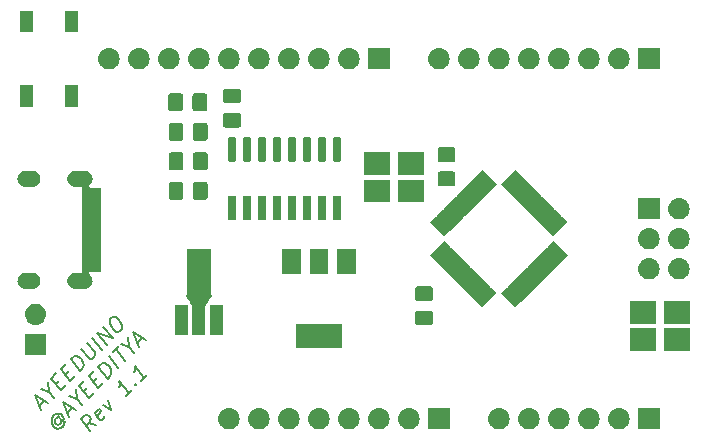
<source format=gbr>
%TF.GenerationSoftware,KiCad,Pcbnew,(5.1.2-1)-1*%
%TF.CreationDate,2020-01-20T17:34:23-08:00*%
%TF.ProjectId,Uno rev1.1,556e6f20-7265-4763-912e-312e6b696361,rev?*%
%TF.SameCoordinates,Original*%
%TF.FileFunction,Soldermask,Top*%
%TF.FilePolarity,Negative*%
%FSLAX46Y46*%
G04 Gerber Fmt 4.6, Leading zero omitted, Abs format (unit mm)*
G04 Created by KiCad (PCBNEW (5.1.2-1)-1) date 2020-01-20 17:34:23*
%MOMM*%
%LPD*%
G04 APERTURE LIST*
%ADD10C,0.203200*%
%ADD11C,0.100000*%
G04 APERTURE END LIST*
D10*
X14419306Y-179240589D02*
X14846938Y-178812957D01*
X14558286Y-179614766D02*
X14071856Y-178305145D01*
X15156970Y-179016082D01*
X15253187Y-178064603D02*
X15627365Y-178545688D01*
X14542250Y-177834751D02*
X15253187Y-178064603D01*
X15140934Y-177236067D01*
X15814453Y-177417810D02*
X16113795Y-177118469D01*
X16653680Y-177519373D02*
X16226048Y-177947004D01*
X15440276Y-176936725D01*
X15867907Y-176509094D01*
X16626953Y-176605311D02*
X16926294Y-176305969D01*
X17466179Y-176706873D02*
X17038548Y-177134505D01*
X16252775Y-176124226D01*
X16680406Y-175696595D01*
X17851047Y-176322005D02*
X17065275Y-175311727D01*
X17279090Y-175097911D01*
X17444797Y-175017730D01*
X17605159Y-175028421D01*
X17722758Y-175081875D01*
X17915192Y-175231546D01*
X18027445Y-175375871D01*
X18134353Y-175611068D01*
X18166425Y-175750049D01*
X18155734Y-175931792D01*
X18064863Y-176108190D01*
X17851047Y-176322005D01*
X17963300Y-174413701D02*
X18599402Y-175231546D01*
X18717000Y-175285000D01*
X18797181Y-175290345D01*
X18920125Y-175252927D01*
X19091178Y-175081875D01*
X19139286Y-174948240D01*
X19144632Y-174857368D01*
X19112559Y-174718388D01*
X18476458Y-173900543D01*
X19689861Y-174483191D02*
X18904089Y-173472912D01*
X20117493Y-174055560D02*
X19331720Y-173045281D01*
X20630650Y-173542402D01*
X19844878Y-172532123D01*
X20443561Y-171933440D02*
X20614614Y-171762387D01*
X20737558Y-171724969D01*
X20897920Y-171735660D01*
X21090354Y-171885331D01*
X21352278Y-172222091D01*
X21459186Y-172457288D01*
X21448495Y-172639031D01*
X21400386Y-172772666D01*
X21229334Y-172943719D01*
X21106390Y-172981136D01*
X20946028Y-172970445D01*
X20753594Y-172820775D01*
X20491670Y-172484015D01*
X20384762Y-172248818D01*
X20395453Y-172067074D01*
X20443561Y-171933440D01*
X16081082Y-180218154D02*
X16000901Y-180212809D01*
X15877957Y-180250226D01*
X15792431Y-180335753D01*
X15744322Y-180469387D01*
X15738977Y-180560259D01*
X15771049Y-180699239D01*
X15845885Y-180795456D01*
X15963483Y-180848910D01*
X16043664Y-180854256D01*
X16166608Y-180816838D01*
X16252134Y-180731312D01*
X16300243Y-180597677D01*
X16305588Y-180506805D01*
X16006246Y-180121937D02*
X16305588Y-180506805D01*
X16385769Y-180512151D01*
X16428532Y-180469387D01*
X16476641Y-180335753D01*
X16444568Y-180196773D01*
X16257480Y-179956230D01*
X16059700Y-179897431D01*
X15856575Y-179929503D01*
X15648105Y-180052447D01*
X15514470Y-180271608D01*
X15461016Y-180496114D01*
X15487743Y-180725966D01*
X15594651Y-180961163D01*
X15787085Y-181110834D01*
X15984865Y-181169634D01*
X16187990Y-181137561D01*
X16396460Y-181014617D01*
X16530095Y-180795456D01*
X16583549Y-180570950D01*
X16786673Y-179854668D02*
X17214305Y-179427036D01*
X16925654Y-180228845D02*
X16439223Y-178919224D01*
X17524337Y-179630161D01*
X17620554Y-178678682D02*
X17994732Y-179159767D01*
X16909617Y-178448830D02*
X17620554Y-178678682D01*
X17508301Y-177850146D01*
X18181820Y-178031889D02*
X18481162Y-177732547D01*
X19021047Y-178133452D02*
X18593415Y-178561083D01*
X17807643Y-177550804D01*
X18235274Y-177123173D01*
X18994320Y-177219390D02*
X19293662Y-176920048D01*
X19833546Y-177320952D02*
X19405915Y-177748584D01*
X18620142Y-176738305D01*
X19047774Y-176310674D01*
X20218414Y-176936084D02*
X19432642Y-175925805D01*
X19646457Y-175711990D01*
X19812164Y-175631809D01*
X19972526Y-175642500D01*
X20090125Y-175695954D01*
X20282559Y-175845625D01*
X20394812Y-175989950D01*
X20501720Y-176225147D01*
X20533792Y-176364127D01*
X20523101Y-176545871D01*
X20432230Y-176722269D01*
X20218414Y-176936084D01*
X21116440Y-176038059D02*
X20330667Y-175027780D01*
X20630009Y-174728438D02*
X21143167Y-174215280D01*
X21672360Y-175482138D02*
X20886588Y-174471859D01*
X22025156Y-174274080D02*
X22399333Y-174755165D01*
X21314219Y-174044228D02*
X22025156Y-174274080D01*
X21912903Y-173445544D01*
X22730748Y-173910593D02*
X23158379Y-173482962D01*
X22869728Y-174284771D02*
X22383297Y-172975150D01*
X23468412Y-173686087D01*
X19250257Y-180885687D02*
X18576738Y-180703944D01*
X18737100Y-181398844D02*
X17951328Y-180388566D01*
X18293433Y-180046461D01*
X18416377Y-180009043D01*
X18496557Y-180014388D01*
X18614156Y-180067842D01*
X18726409Y-180212168D01*
X18758481Y-180351148D01*
X18753136Y-180442020D01*
X18705028Y-180575654D01*
X18362923Y-180917759D01*
X19939813Y-180110605D02*
X19891704Y-180244240D01*
X19720652Y-180415293D01*
X19597708Y-180452710D01*
X19480109Y-180399256D01*
X19180767Y-180014388D01*
X19148695Y-179875408D01*
X19196804Y-179741773D01*
X19367856Y-179570721D01*
X19490800Y-179533303D01*
X19608399Y-179586757D01*
X19683234Y-179682974D01*
X19330438Y-180206822D01*
X19795487Y-179143090D02*
X20533151Y-179602793D01*
X20223119Y-178715458D01*
X22243676Y-177892268D02*
X21730519Y-178405426D01*
X21987097Y-178148847D02*
X21201325Y-177138568D01*
X21228052Y-177368420D01*
X21217361Y-177550163D01*
X21169253Y-177683798D01*
X22553709Y-177411183D02*
X22633890Y-177416528D01*
X22628544Y-177507400D01*
X22548363Y-177502055D01*
X22553709Y-177411183D01*
X22628544Y-177507400D01*
X23526570Y-176609374D02*
X23013412Y-177122532D01*
X23269991Y-176865953D02*
X22484219Y-175855674D01*
X22510946Y-176085526D01*
X22500255Y-176267270D01*
X22452146Y-176400904D01*
D11*
G36*
X66941000Y-181241000D02*
G01*
X65139000Y-181241000D01*
X65139000Y-179439000D01*
X66941000Y-179439000D01*
X66941000Y-181241000D01*
X66941000Y-181241000D01*
G37*
G36*
X63610443Y-179445519D02*
G01*
X63676627Y-179452037D01*
X63846466Y-179503557D01*
X64002991Y-179587222D01*
X64038729Y-179616552D01*
X64140186Y-179699814D01*
X64223448Y-179801271D01*
X64252778Y-179837009D01*
X64336443Y-179993534D01*
X64387963Y-180163373D01*
X64405359Y-180340000D01*
X64387963Y-180516627D01*
X64336443Y-180686466D01*
X64252778Y-180842991D01*
X64223448Y-180878729D01*
X64140186Y-180980186D01*
X64038729Y-181063448D01*
X64002991Y-181092778D01*
X63846466Y-181176443D01*
X63676627Y-181227963D01*
X63610442Y-181234482D01*
X63544260Y-181241000D01*
X63455740Y-181241000D01*
X63389558Y-181234482D01*
X63323373Y-181227963D01*
X63153534Y-181176443D01*
X62997009Y-181092778D01*
X62961271Y-181063448D01*
X62859814Y-180980186D01*
X62776552Y-180878729D01*
X62747222Y-180842991D01*
X62663557Y-180686466D01*
X62612037Y-180516627D01*
X62594641Y-180340000D01*
X62612037Y-180163373D01*
X62663557Y-179993534D01*
X62747222Y-179837009D01*
X62776552Y-179801271D01*
X62859814Y-179699814D01*
X62961271Y-179616552D01*
X62997009Y-179587222D01*
X63153534Y-179503557D01*
X63323373Y-179452037D01*
X63389557Y-179445519D01*
X63455740Y-179439000D01*
X63544260Y-179439000D01*
X63610443Y-179445519D01*
X63610443Y-179445519D01*
G37*
G36*
X61070443Y-179445519D02*
G01*
X61136627Y-179452037D01*
X61306466Y-179503557D01*
X61462991Y-179587222D01*
X61498729Y-179616552D01*
X61600186Y-179699814D01*
X61683448Y-179801271D01*
X61712778Y-179837009D01*
X61796443Y-179993534D01*
X61847963Y-180163373D01*
X61865359Y-180340000D01*
X61847963Y-180516627D01*
X61796443Y-180686466D01*
X61712778Y-180842991D01*
X61683448Y-180878729D01*
X61600186Y-180980186D01*
X61498729Y-181063448D01*
X61462991Y-181092778D01*
X61306466Y-181176443D01*
X61136627Y-181227963D01*
X61070442Y-181234482D01*
X61004260Y-181241000D01*
X60915740Y-181241000D01*
X60849558Y-181234482D01*
X60783373Y-181227963D01*
X60613534Y-181176443D01*
X60457009Y-181092778D01*
X60421271Y-181063448D01*
X60319814Y-180980186D01*
X60236552Y-180878729D01*
X60207222Y-180842991D01*
X60123557Y-180686466D01*
X60072037Y-180516627D01*
X60054641Y-180340000D01*
X60072037Y-180163373D01*
X60123557Y-179993534D01*
X60207222Y-179837009D01*
X60236552Y-179801271D01*
X60319814Y-179699814D01*
X60421271Y-179616552D01*
X60457009Y-179587222D01*
X60613534Y-179503557D01*
X60783373Y-179452037D01*
X60849557Y-179445519D01*
X60915740Y-179439000D01*
X61004260Y-179439000D01*
X61070443Y-179445519D01*
X61070443Y-179445519D01*
G37*
G36*
X58530443Y-179445519D02*
G01*
X58596627Y-179452037D01*
X58766466Y-179503557D01*
X58922991Y-179587222D01*
X58958729Y-179616552D01*
X59060186Y-179699814D01*
X59143448Y-179801271D01*
X59172778Y-179837009D01*
X59256443Y-179993534D01*
X59307963Y-180163373D01*
X59325359Y-180340000D01*
X59307963Y-180516627D01*
X59256443Y-180686466D01*
X59172778Y-180842991D01*
X59143448Y-180878729D01*
X59060186Y-180980186D01*
X58958729Y-181063448D01*
X58922991Y-181092778D01*
X58766466Y-181176443D01*
X58596627Y-181227963D01*
X58530442Y-181234482D01*
X58464260Y-181241000D01*
X58375740Y-181241000D01*
X58309558Y-181234482D01*
X58243373Y-181227963D01*
X58073534Y-181176443D01*
X57917009Y-181092778D01*
X57881271Y-181063448D01*
X57779814Y-180980186D01*
X57696552Y-180878729D01*
X57667222Y-180842991D01*
X57583557Y-180686466D01*
X57532037Y-180516627D01*
X57514641Y-180340000D01*
X57532037Y-180163373D01*
X57583557Y-179993534D01*
X57667222Y-179837009D01*
X57696552Y-179801271D01*
X57779814Y-179699814D01*
X57881271Y-179616552D01*
X57917009Y-179587222D01*
X58073534Y-179503557D01*
X58243373Y-179452037D01*
X58309557Y-179445519D01*
X58375740Y-179439000D01*
X58464260Y-179439000D01*
X58530443Y-179445519D01*
X58530443Y-179445519D01*
G37*
G36*
X55990443Y-179445519D02*
G01*
X56056627Y-179452037D01*
X56226466Y-179503557D01*
X56382991Y-179587222D01*
X56418729Y-179616552D01*
X56520186Y-179699814D01*
X56603448Y-179801271D01*
X56632778Y-179837009D01*
X56716443Y-179993534D01*
X56767963Y-180163373D01*
X56785359Y-180340000D01*
X56767963Y-180516627D01*
X56716443Y-180686466D01*
X56632778Y-180842991D01*
X56603448Y-180878729D01*
X56520186Y-180980186D01*
X56418729Y-181063448D01*
X56382991Y-181092778D01*
X56226466Y-181176443D01*
X56056627Y-181227963D01*
X55990442Y-181234482D01*
X55924260Y-181241000D01*
X55835740Y-181241000D01*
X55769558Y-181234482D01*
X55703373Y-181227963D01*
X55533534Y-181176443D01*
X55377009Y-181092778D01*
X55341271Y-181063448D01*
X55239814Y-180980186D01*
X55156552Y-180878729D01*
X55127222Y-180842991D01*
X55043557Y-180686466D01*
X54992037Y-180516627D01*
X54974641Y-180340000D01*
X54992037Y-180163373D01*
X55043557Y-179993534D01*
X55127222Y-179837009D01*
X55156552Y-179801271D01*
X55239814Y-179699814D01*
X55341271Y-179616552D01*
X55377009Y-179587222D01*
X55533534Y-179503557D01*
X55703373Y-179452037D01*
X55769557Y-179445519D01*
X55835740Y-179439000D01*
X55924260Y-179439000D01*
X55990443Y-179445519D01*
X55990443Y-179445519D01*
G37*
G36*
X53450443Y-179445519D02*
G01*
X53516627Y-179452037D01*
X53686466Y-179503557D01*
X53842991Y-179587222D01*
X53878729Y-179616552D01*
X53980186Y-179699814D01*
X54063448Y-179801271D01*
X54092778Y-179837009D01*
X54176443Y-179993534D01*
X54227963Y-180163373D01*
X54245359Y-180340000D01*
X54227963Y-180516627D01*
X54176443Y-180686466D01*
X54092778Y-180842991D01*
X54063448Y-180878729D01*
X53980186Y-180980186D01*
X53878729Y-181063448D01*
X53842991Y-181092778D01*
X53686466Y-181176443D01*
X53516627Y-181227963D01*
X53450442Y-181234482D01*
X53384260Y-181241000D01*
X53295740Y-181241000D01*
X53229558Y-181234482D01*
X53163373Y-181227963D01*
X52993534Y-181176443D01*
X52837009Y-181092778D01*
X52801271Y-181063448D01*
X52699814Y-180980186D01*
X52616552Y-180878729D01*
X52587222Y-180842991D01*
X52503557Y-180686466D01*
X52452037Y-180516627D01*
X52434641Y-180340000D01*
X52452037Y-180163373D01*
X52503557Y-179993534D01*
X52587222Y-179837009D01*
X52616552Y-179801271D01*
X52699814Y-179699814D01*
X52801271Y-179616552D01*
X52837009Y-179587222D01*
X52993534Y-179503557D01*
X53163373Y-179452037D01*
X53229557Y-179445519D01*
X53295740Y-179439000D01*
X53384260Y-179439000D01*
X53450443Y-179445519D01*
X53450443Y-179445519D01*
G37*
G36*
X49161000Y-181241000D02*
G01*
X47359000Y-181241000D01*
X47359000Y-179439000D01*
X49161000Y-179439000D01*
X49161000Y-181241000D01*
X49161000Y-181241000D01*
G37*
G36*
X45830443Y-179445519D02*
G01*
X45896627Y-179452037D01*
X46066466Y-179503557D01*
X46222991Y-179587222D01*
X46258729Y-179616552D01*
X46360186Y-179699814D01*
X46443448Y-179801271D01*
X46472778Y-179837009D01*
X46556443Y-179993534D01*
X46607963Y-180163373D01*
X46625359Y-180340000D01*
X46607963Y-180516627D01*
X46556443Y-180686466D01*
X46472778Y-180842991D01*
X46443448Y-180878729D01*
X46360186Y-180980186D01*
X46258729Y-181063448D01*
X46222991Y-181092778D01*
X46066466Y-181176443D01*
X45896627Y-181227963D01*
X45830442Y-181234482D01*
X45764260Y-181241000D01*
X45675740Y-181241000D01*
X45609558Y-181234482D01*
X45543373Y-181227963D01*
X45373534Y-181176443D01*
X45217009Y-181092778D01*
X45181271Y-181063448D01*
X45079814Y-180980186D01*
X44996552Y-180878729D01*
X44967222Y-180842991D01*
X44883557Y-180686466D01*
X44832037Y-180516627D01*
X44814641Y-180340000D01*
X44832037Y-180163373D01*
X44883557Y-179993534D01*
X44967222Y-179837009D01*
X44996552Y-179801271D01*
X45079814Y-179699814D01*
X45181271Y-179616552D01*
X45217009Y-179587222D01*
X45373534Y-179503557D01*
X45543373Y-179452037D01*
X45609557Y-179445519D01*
X45675740Y-179439000D01*
X45764260Y-179439000D01*
X45830443Y-179445519D01*
X45830443Y-179445519D01*
G37*
G36*
X43290443Y-179445519D02*
G01*
X43356627Y-179452037D01*
X43526466Y-179503557D01*
X43682991Y-179587222D01*
X43718729Y-179616552D01*
X43820186Y-179699814D01*
X43903448Y-179801271D01*
X43932778Y-179837009D01*
X44016443Y-179993534D01*
X44067963Y-180163373D01*
X44085359Y-180340000D01*
X44067963Y-180516627D01*
X44016443Y-180686466D01*
X43932778Y-180842991D01*
X43903448Y-180878729D01*
X43820186Y-180980186D01*
X43718729Y-181063448D01*
X43682991Y-181092778D01*
X43526466Y-181176443D01*
X43356627Y-181227963D01*
X43290442Y-181234482D01*
X43224260Y-181241000D01*
X43135740Y-181241000D01*
X43069558Y-181234482D01*
X43003373Y-181227963D01*
X42833534Y-181176443D01*
X42677009Y-181092778D01*
X42641271Y-181063448D01*
X42539814Y-180980186D01*
X42456552Y-180878729D01*
X42427222Y-180842991D01*
X42343557Y-180686466D01*
X42292037Y-180516627D01*
X42274641Y-180340000D01*
X42292037Y-180163373D01*
X42343557Y-179993534D01*
X42427222Y-179837009D01*
X42456552Y-179801271D01*
X42539814Y-179699814D01*
X42641271Y-179616552D01*
X42677009Y-179587222D01*
X42833534Y-179503557D01*
X43003373Y-179452037D01*
X43069557Y-179445519D01*
X43135740Y-179439000D01*
X43224260Y-179439000D01*
X43290443Y-179445519D01*
X43290443Y-179445519D01*
G37*
G36*
X40750443Y-179445519D02*
G01*
X40816627Y-179452037D01*
X40986466Y-179503557D01*
X41142991Y-179587222D01*
X41178729Y-179616552D01*
X41280186Y-179699814D01*
X41363448Y-179801271D01*
X41392778Y-179837009D01*
X41476443Y-179993534D01*
X41527963Y-180163373D01*
X41545359Y-180340000D01*
X41527963Y-180516627D01*
X41476443Y-180686466D01*
X41392778Y-180842991D01*
X41363448Y-180878729D01*
X41280186Y-180980186D01*
X41178729Y-181063448D01*
X41142991Y-181092778D01*
X40986466Y-181176443D01*
X40816627Y-181227963D01*
X40750442Y-181234482D01*
X40684260Y-181241000D01*
X40595740Y-181241000D01*
X40529558Y-181234482D01*
X40463373Y-181227963D01*
X40293534Y-181176443D01*
X40137009Y-181092778D01*
X40101271Y-181063448D01*
X39999814Y-180980186D01*
X39916552Y-180878729D01*
X39887222Y-180842991D01*
X39803557Y-180686466D01*
X39752037Y-180516627D01*
X39734641Y-180340000D01*
X39752037Y-180163373D01*
X39803557Y-179993534D01*
X39887222Y-179837009D01*
X39916552Y-179801271D01*
X39999814Y-179699814D01*
X40101271Y-179616552D01*
X40137009Y-179587222D01*
X40293534Y-179503557D01*
X40463373Y-179452037D01*
X40529557Y-179445519D01*
X40595740Y-179439000D01*
X40684260Y-179439000D01*
X40750443Y-179445519D01*
X40750443Y-179445519D01*
G37*
G36*
X38210443Y-179445519D02*
G01*
X38276627Y-179452037D01*
X38446466Y-179503557D01*
X38602991Y-179587222D01*
X38638729Y-179616552D01*
X38740186Y-179699814D01*
X38823448Y-179801271D01*
X38852778Y-179837009D01*
X38936443Y-179993534D01*
X38987963Y-180163373D01*
X39005359Y-180340000D01*
X38987963Y-180516627D01*
X38936443Y-180686466D01*
X38852778Y-180842991D01*
X38823448Y-180878729D01*
X38740186Y-180980186D01*
X38638729Y-181063448D01*
X38602991Y-181092778D01*
X38446466Y-181176443D01*
X38276627Y-181227963D01*
X38210442Y-181234482D01*
X38144260Y-181241000D01*
X38055740Y-181241000D01*
X37989558Y-181234482D01*
X37923373Y-181227963D01*
X37753534Y-181176443D01*
X37597009Y-181092778D01*
X37561271Y-181063448D01*
X37459814Y-180980186D01*
X37376552Y-180878729D01*
X37347222Y-180842991D01*
X37263557Y-180686466D01*
X37212037Y-180516627D01*
X37194641Y-180340000D01*
X37212037Y-180163373D01*
X37263557Y-179993534D01*
X37347222Y-179837009D01*
X37376552Y-179801271D01*
X37459814Y-179699814D01*
X37561271Y-179616552D01*
X37597009Y-179587222D01*
X37753534Y-179503557D01*
X37923373Y-179452037D01*
X37989557Y-179445519D01*
X38055740Y-179439000D01*
X38144260Y-179439000D01*
X38210443Y-179445519D01*
X38210443Y-179445519D01*
G37*
G36*
X35670443Y-179445519D02*
G01*
X35736627Y-179452037D01*
X35906466Y-179503557D01*
X36062991Y-179587222D01*
X36098729Y-179616552D01*
X36200186Y-179699814D01*
X36283448Y-179801271D01*
X36312778Y-179837009D01*
X36396443Y-179993534D01*
X36447963Y-180163373D01*
X36465359Y-180340000D01*
X36447963Y-180516627D01*
X36396443Y-180686466D01*
X36312778Y-180842991D01*
X36283448Y-180878729D01*
X36200186Y-180980186D01*
X36098729Y-181063448D01*
X36062991Y-181092778D01*
X35906466Y-181176443D01*
X35736627Y-181227963D01*
X35670442Y-181234482D01*
X35604260Y-181241000D01*
X35515740Y-181241000D01*
X35449558Y-181234482D01*
X35383373Y-181227963D01*
X35213534Y-181176443D01*
X35057009Y-181092778D01*
X35021271Y-181063448D01*
X34919814Y-180980186D01*
X34836552Y-180878729D01*
X34807222Y-180842991D01*
X34723557Y-180686466D01*
X34672037Y-180516627D01*
X34654641Y-180340000D01*
X34672037Y-180163373D01*
X34723557Y-179993534D01*
X34807222Y-179837009D01*
X34836552Y-179801271D01*
X34919814Y-179699814D01*
X35021271Y-179616552D01*
X35057009Y-179587222D01*
X35213534Y-179503557D01*
X35383373Y-179452037D01*
X35449557Y-179445519D01*
X35515740Y-179439000D01*
X35604260Y-179439000D01*
X35670443Y-179445519D01*
X35670443Y-179445519D01*
G37*
G36*
X33130443Y-179445519D02*
G01*
X33196627Y-179452037D01*
X33366466Y-179503557D01*
X33522991Y-179587222D01*
X33558729Y-179616552D01*
X33660186Y-179699814D01*
X33743448Y-179801271D01*
X33772778Y-179837009D01*
X33856443Y-179993534D01*
X33907963Y-180163373D01*
X33925359Y-180340000D01*
X33907963Y-180516627D01*
X33856443Y-180686466D01*
X33772778Y-180842991D01*
X33743448Y-180878729D01*
X33660186Y-180980186D01*
X33558729Y-181063448D01*
X33522991Y-181092778D01*
X33366466Y-181176443D01*
X33196627Y-181227963D01*
X33130442Y-181234482D01*
X33064260Y-181241000D01*
X32975740Y-181241000D01*
X32909558Y-181234482D01*
X32843373Y-181227963D01*
X32673534Y-181176443D01*
X32517009Y-181092778D01*
X32481271Y-181063448D01*
X32379814Y-180980186D01*
X32296552Y-180878729D01*
X32267222Y-180842991D01*
X32183557Y-180686466D01*
X32132037Y-180516627D01*
X32114641Y-180340000D01*
X32132037Y-180163373D01*
X32183557Y-179993534D01*
X32267222Y-179837009D01*
X32296552Y-179801271D01*
X32379814Y-179699814D01*
X32481271Y-179616552D01*
X32517009Y-179587222D01*
X32673534Y-179503557D01*
X32843373Y-179452037D01*
X32909557Y-179445519D01*
X32975740Y-179439000D01*
X33064260Y-179439000D01*
X33130443Y-179445519D01*
X33130443Y-179445519D01*
G37*
G36*
X30590443Y-179445519D02*
G01*
X30656627Y-179452037D01*
X30826466Y-179503557D01*
X30982991Y-179587222D01*
X31018729Y-179616552D01*
X31120186Y-179699814D01*
X31203448Y-179801271D01*
X31232778Y-179837009D01*
X31316443Y-179993534D01*
X31367963Y-180163373D01*
X31385359Y-180340000D01*
X31367963Y-180516627D01*
X31316443Y-180686466D01*
X31232778Y-180842991D01*
X31203448Y-180878729D01*
X31120186Y-180980186D01*
X31018729Y-181063448D01*
X30982991Y-181092778D01*
X30826466Y-181176443D01*
X30656627Y-181227963D01*
X30590442Y-181234482D01*
X30524260Y-181241000D01*
X30435740Y-181241000D01*
X30369558Y-181234482D01*
X30303373Y-181227963D01*
X30133534Y-181176443D01*
X29977009Y-181092778D01*
X29941271Y-181063448D01*
X29839814Y-180980186D01*
X29756552Y-180878729D01*
X29727222Y-180842991D01*
X29643557Y-180686466D01*
X29592037Y-180516627D01*
X29574641Y-180340000D01*
X29592037Y-180163373D01*
X29643557Y-179993534D01*
X29727222Y-179837009D01*
X29756552Y-179801271D01*
X29839814Y-179699814D01*
X29941271Y-179616552D01*
X29977009Y-179587222D01*
X30133534Y-179503557D01*
X30303373Y-179452037D01*
X30369557Y-179445519D01*
X30435740Y-179439000D01*
X30524260Y-179439000D01*
X30590443Y-179445519D01*
X30590443Y-179445519D01*
G37*
G36*
X15001000Y-174941000D02*
G01*
X13199000Y-174941000D01*
X13199000Y-173139000D01*
X15001000Y-173139000D01*
X15001000Y-174941000D01*
X15001000Y-174941000D01*
G37*
G36*
X69551000Y-174601000D02*
G01*
X67349000Y-174601000D01*
X67349000Y-172699000D01*
X69551000Y-172699000D01*
X69551000Y-174601000D01*
X69551000Y-174601000D01*
G37*
G36*
X66651000Y-174601000D02*
G01*
X64449000Y-174601000D01*
X64449000Y-172699000D01*
X66651000Y-172699000D01*
X66651000Y-174601000D01*
X66651000Y-174601000D01*
G37*
G36*
X40051000Y-174381000D02*
G01*
X36149000Y-174381000D01*
X36149000Y-172279000D01*
X40051000Y-172279000D01*
X40051000Y-174381000D01*
X40051000Y-174381000D01*
G37*
G36*
X29991000Y-173282000D02*
G01*
X28889000Y-173282000D01*
X28889000Y-170680000D01*
X29991000Y-170680000D01*
X29991000Y-173282000D01*
X29991000Y-173282000D01*
G37*
G36*
X28991000Y-169820001D02*
G01*
X28993402Y-169844387D01*
X29000515Y-169867836D01*
X29012066Y-169889447D01*
X29027611Y-169908389D01*
X29046553Y-169923934D01*
X29048607Y-169925032D01*
X29011994Y-169979951D01*
X29000465Y-170001574D01*
X28993376Y-170025030D01*
X28991000Y-170049288D01*
X28991000Y-170075051D01*
X28969690Y-170081515D01*
X28948079Y-170093066D01*
X28929137Y-170108611D01*
X28913520Y-170127662D01*
X28674852Y-170485664D01*
X28668507Y-170497565D01*
X28659996Y-170507947D01*
X28511994Y-170729950D01*
X28500465Y-170751573D01*
X28493376Y-170775029D01*
X28491000Y-170799287D01*
X28491000Y-173282000D01*
X27389000Y-173282000D01*
X27389000Y-170799287D01*
X27386598Y-170774901D01*
X27379485Y-170751452D01*
X27368006Y-170729950D01*
X27220004Y-170507947D01*
X27211500Y-170497563D01*
X27205148Y-170485664D01*
X26966480Y-170127662D01*
X26950955Y-170108704D01*
X26932029Y-170093139D01*
X26910431Y-170081565D01*
X26889000Y-170075039D01*
X26889000Y-170049288D01*
X26886598Y-170024902D01*
X26879485Y-170001453D01*
X26868006Y-169979951D01*
X26831393Y-169925032D01*
X26833447Y-169923934D01*
X26852389Y-169908389D01*
X26867934Y-169889447D01*
X26879485Y-169867836D01*
X26886598Y-169844387D01*
X26889000Y-169820001D01*
X26889000Y-165970000D01*
X28991000Y-165970000D01*
X28991000Y-169820001D01*
X28991000Y-169820001D01*
G37*
G36*
X26991000Y-173282000D02*
G01*
X25889000Y-173282000D01*
X25889000Y-170680000D01*
X26991000Y-170680000D01*
X26991000Y-173282000D01*
X26991000Y-173282000D01*
G37*
G36*
X47578674Y-171181465D02*
G01*
X47616367Y-171192899D01*
X47651103Y-171211466D01*
X47681548Y-171236452D01*
X47706534Y-171266897D01*
X47725101Y-171301633D01*
X47736535Y-171339326D01*
X47741000Y-171384661D01*
X47741000Y-172221339D01*
X47736535Y-172266674D01*
X47725101Y-172304367D01*
X47706534Y-172339103D01*
X47681548Y-172369548D01*
X47651103Y-172394534D01*
X47616367Y-172413101D01*
X47578674Y-172424535D01*
X47533339Y-172429000D01*
X46446661Y-172429000D01*
X46401326Y-172424535D01*
X46363633Y-172413101D01*
X46328897Y-172394534D01*
X46298452Y-172369548D01*
X46273466Y-172339103D01*
X46254899Y-172304367D01*
X46243465Y-172266674D01*
X46239000Y-172221339D01*
X46239000Y-171384661D01*
X46243465Y-171339326D01*
X46254899Y-171301633D01*
X46273466Y-171266897D01*
X46298452Y-171236452D01*
X46328897Y-171211466D01*
X46363633Y-171192899D01*
X46401326Y-171181465D01*
X46446661Y-171177000D01*
X47533339Y-171177000D01*
X47578674Y-171181465D01*
X47578674Y-171181465D01*
G37*
G36*
X14210443Y-170605519D02*
G01*
X14276627Y-170612037D01*
X14446466Y-170663557D01*
X14446468Y-170663558D01*
X14524728Y-170705389D01*
X14602991Y-170747222D01*
X14636718Y-170774901D01*
X14740186Y-170859814D01*
X14823448Y-170961271D01*
X14852778Y-170997009D01*
X14936443Y-171153534D01*
X14987963Y-171323373D01*
X15005359Y-171500000D01*
X14987963Y-171676627D01*
X14936443Y-171846466D01*
X14852778Y-172002991D01*
X14823448Y-172038729D01*
X14740186Y-172140186D01*
X14641299Y-172221339D01*
X14602991Y-172252778D01*
X14446466Y-172336443D01*
X14276627Y-172387963D01*
X14210442Y-172394482D01*
X14144260Y-172401000D01*
X14055740Y-172401000D01*
X13989558Y-172394482D01*
X13923373Y-172387963D01*
X13753534Y-172336443D01*
X13597009Y-172252778D01*
X13558701Y-172221339D01*
X13459814Y-172140186D01*
X13376552Y-172038729D01*
X13347222Y-172002991D01*
X13263557Y-171846466D01*
X13212037Y-171676627D01*
X13194641Y-171500000D01*
X13212037Y-171323373D01*
X13263557Y-171153534D01*
X13347222Y-170997009D01*
X13376552Y-170961271D01*
X13459814Y-170859814D01*
X13563282Y-170774901D01*
X13597009Y-170747222D01*
X13675272Y-170705389D01*
X13753532Y-170663558D01*
X13753534Y-170663557D01*
X13923373Y-170612037D01*
X13989557Y-170605519D01*
X14055740Y-170599000D01*
X14144260Y-170599000D01*
X14210443Y-170605519D01*
X14210443Y-170605519D01*
G37*
G36*
X66651000Y-172301000D02*
G01*
X64449000Y-172301000D01*
X64449000Y-170399000D01*
X66651000Y-170399000D01*
X66651000Y-172301000D01*
X66651000Y-172301000D01*
G37*
G36*
X69551000Y-172301000D02*
G01*
X67349000Y-172301000D01*
X67349000Y-170399000D01*
X69551000Y-170399000D01*
X69551000Y-172301000D01*
X69551000Y-172301000D01*
G37*
G36*
X49187162Y-165754074D02*
G01*
X49187162Y-165754075D01*
X49203426Y-165770339D01*
X49203432Y-165770344D01*
X49291814Y-165858726D01*
X49291814Y-165858725D01*
X49752848Y-166319759D01*
X49752848Y-166319760D01*
X49841230Y-166408142D01*
X49841235Y-166408148D01*
X49857499Y-166424412D01*
X49857499Y-166424411D01*
X50318533Y-166885445D01*
X50318533Y-166885446D01*
X50423184Y-166990097D01*
X50423184Y-166990096D01*
X50884218Y-167451130D01*
X50884218Y-167451131D01*
X50988870Y-167555783D01*
X50988870Y-167555782D01*
X51449904Y-168016816D01*
X51449904Y-168016817D01*
X51554555Y-168121468D01*
X51554555Y-168121467D01*
X52015589Y-168582501D01*
X52015589Y-168582502D01*
X52031853Y-168598766D01*
X52031859Y-168598771D01*
X52120241Y-168687153D01*
X52120241Y-168687152D01*
X52581275Y-169148186D01*
X52581275Y-169148187D01*
X52669657Y-169236569D01*
X52669662Y-169236575D01*
X52685926Y-169252839D01*
X52685926Y-169252838D01*
X53146960Y-169713872D01*
X51943464Y-170917368D01*
X51482430Y-170456334D01*
X51482431Y-170456334D01*
X51394049Y-170367952D01*
X51394044Y-170367946D01*
X51377780Y-170351682D01*
X51377779Y-170351682D01*
X50916745Y-169890648D01*
X50916746Y-169890648D01*
X50900482Y-169874384D01*
X50900476Y-169874379D01*
X50812094Y-169785997D01*
X50812093Y-169785997D01*
X50351059Y-169324963D01*
X50351060Y-169324963D01*
X50246409Y-169220312D01*
X50246408Y-169220312D01*
X49785374Y-168759278D01*
X49785375Y-168759278D01*
X49680723Y-168654626D01*
X49680722Y-168654626D01*
X49219688Y-168193592D01*
X49219689Y-168193592D01*
X49115038Y-168088941D01*
X49115037Y-168088941D01*
X48654003Y-167627907D01*
X48654004Y-167627907D01*
X48565622Y-167539525D01*
X48565617Y-167539519D01*
X48549353Y-167523255D01*
X48549352Y-167523255D01*
X48088318Y-167062221D01*
X48088319Y-167062221D01*
X48072055Y-167045957D01*
X48072049Y-167045952D01*
X47983667Y-166957570D01*
X47983666Y-166957570D01*
X47522632Y-166496536D01*
X48726128Y-165293040D01*
X49187162Y-165754074D01*
X49187162Y-165754074D01*
G37*
G36*
X59157368Y-166496536D02*
G01*
X58696334Y-166957570D01*
X58591682Y-167062221D01*
X58130648Y-167523255D01*
X58025997Y-167627907D01*
X55867907Y-169785997D01*
X55763255Y-169890648D01*
X55302221Y-170351682D01*
X55197570Y-170456334D01*
X54736536Y-170917368D01*
X53533040Y-169713872D01*
X53994074Y-169252838D01*
X53994075Y-169252839D01*
X54010339Y-169236575D01*
X54010348Y-169236564D01*
X54098726Y-169148187D01*
X54098725Y-169148186D01*
X54559759Y-168687152D01*
X54559760Y-168687153D01*
X54648137Y-168598775D01*
X54648148Y-168598766D01*
X54664412Y-168582502D01*
X54664411Y-168582501D01*
X55125445Y-168121467D01*
X55125446Y-168121468D01*
X55213833Y-168033080D01*
X55230097Y-168016817D01*
X55230096Y-168016816D01*
X55691130Y-167555782D01*
X55691131Y-167555783D01*
X55795783Y-167451131D01*
X55795782Y-167451130D01*
X56256816Y-166990096D01*
X56256817Y-166990097D01*
X56345204Y-166901709D01*
X56361468Y-166885446D01*
X56361467Y-166885445D01*
X56822501Y-166424411D01*
X56822502Y-166424412D01*
X56838766Y-166408148D01*
X56838775Y-166408137D01*
X56927153Y-166319760D01*
X56927152Y-166319759D01*
X57388186Y-165858725D01*
X57388187Y-165858726D01*
X57476564Y-165770348D01*
X57476575Y-165770339D01*
X57492839Y-165754075D01*
X57492838Y-165754074D01*
X57953872Y-165293040D01*
X59157368Y-166496536D01*
X59157368Y-166496536D01*
G37*
G36*
X47578674Y-169131465D02*
G01*
X47616367Y-169142899D01*
X47651103Y-169161466D01*
X47681548Y-169186452D01*
X47706534Y-169216897D01*
X47725101Y-169251633D01*
X47736535Y-169289326D01*
X47741000Y-169334661D01*
X47741000Y-170171339D01*
X47736535Y-170216674D01*
X47725101Y-170254367D01*
X47706534Y-170289103D01*
X47681548Y-170319548D01*
X47651103Y-170344534D01*
X47616367Y-170363101D01*
X47578674Y-170374535D01*
X47533339Y-170379000D01*
X46446661Y-170379000D01*
X46401326Y-170374535D01*
X46363633Y-170363101D01*
X46328897Y-170344534D01*
X46298452Y-170319548D01*
X46273466Y-170289103D01*
X46254899Y-170254367D01*
X46243465Y-170216674D01*
X46239000Y-170171339D01*
X46239000Y-169334661D01*
X46243465Y-169289326D01*
X46254899Y-169251633D01*
X46273466Y-169216897D01*
X46298452Y-169186452D01*
X46328897Y-169161466D01*
X46363633Y-169142899D01*
X46401326Y-169131465D01*
X46446661Y-169127000D01*
X47533339Y-169127000D01*
X47578674Y-169131465D01*
X47578674Y-169131465D01*
G37*
G36*
X13920285Y-167976617D02*
G01*
X13953879Y-167979926D01*
X13975445Y-167986468D01*
X14083195Y-168019153D01*
X14202364Y-168082851D01*
X14306823Y-168168577D01*
X14392549Y-168273036D01*
X14456247Y-168392205D01*
X14456248Y-168392209D01*
X14495474Y-168521521D01*
X14501480Y-168582501D01*
X14508719Y-168656000D01*
X14495474Y-168790478D01*
X14456247Y-168919795D01*
X14392549Y-169038964D01*
X14306823Y-169143423D01*
X14202364Y-169229149D01*
X14083195Y-169292847D01*
X14076041Y-169295017D01*
X13953879Y-169332074D01*
X13920285Y-169335383D01*
X13853100Y-169342000D01*
X13226900Y-169342000D01*
X13159715Y-169335383D01*
X13126121Y-169332074D01*
X13003959Y-169295017D01*
X12996805Y-169292847D01*
X12877636Y-169229149D01*
X12773177Y-169143423D01*
X12687451Y-169038964D01*
X12623753Y-168919795D01*
X12584526Y-168790478D01*
X12571281Y-168656000D01*
X12578520Y-168582501D01*
X12584526Y-168521521D01*
X12623752Y-168392209D01*
X12623753Y-168392205D01*
X12687451Y-168273036D01*
X12773177Y-168168577D01*
X12877636Y-168082851D01*
X12996805Y-168019153D01*
X13104555Y-167986468D01*
X13126121Y-167979926D01*
X13159715Y-167976617D01*
X13226900Y-167970000D01*
X13853100Y-167970000D01*
X13920285Y-167976617D01*
X13920285Y-167976617D01*
G37*
G36*
X18339885Y-159340617D02*
G01*
X18373479Y-159343926D01*
X18449394Y-159366954D01*
X18502795Y-159383153D01*
X18621964Y-159446851D01*
X18726423Y-159532577D01*
X18812149Y-159637036D01*
X18875847Y-159756205D01*
X18915074Y-159885522D01*
X18928319Y-160020000D01*
X18915074Y-160154478D01*
X18875847Y-160283795D01*
X18812149Y-160402964D01*
X18726423Y-160507423D01*
X18674678Y-160549888D01*
X18657351Y-160567215D01*
X18643737Y-160587589D01*
X18634360Y-160610228D01*
X18629579Y-160634261D01*
X18629579Y-160658766D01*
X18634359Y-160682799D01*
X18643736Y-160705438D01*
X18657350Y-160725812D01*
X18674677Y-160743139D01*
X18695051Y-160756753D01*
X18717690Y-160766130D01*
X18741723Y-160770911D01*
X18753976Y-160771513D01*
X19687000Y-160771513D01*
X19687000Y-167904487D01*
X18753976Y-167904487D01*
X18729590Y-167906889D01*
X18706141Y-167914002D01*
X18684530Y-167925553D01*
X18665588Y-167941098D01*
X18650043Y-167960040D01*
X18638492Y-167981651D01*
X18631379Y-168005100D01*
X18628977Y-168029486D01*
X18631379Y-168053872D01*
X18638492Y-168077321D01*
X18650043Y-168098932D01*
X18665588Y-168117874D01*
X18674678Y-168126112D01*
X18726423Y-168168577D01*
X18812149Y-168273036D01*
X18875847Y-168392205D01*
X18875848Y-168392209D01*
X18915074Y-168521521D01*
X18921080Y-168582501D01*
X18928319Y-168656000D01*
X18915074Y-168790478D01*
X18875847Y-168919795D01*
X18812149Y-169038964D01*
X18726423Y-169143423D01*
X18621964Y-169229149D01*
X18502795Y-169292847D01*
X18495641Y-169295017D01*
X18373479Y-169332074D01*
X18339885Y-169335383D01*
X18272700Y-169342000D01*
X17443300Y-169342000D01*
X17376115Y-169335383D01*
X17342521Y-169332074D01*
X17220359Y-169295017D01*
X17213205Y-169292847D01*
X17094036Y-169229149D01*
X16989577Y-169143423D01*
X16903851Y-169038964D01*
X16840153Y-168919795D01*
X16800926Y-168790478D01*
X16787681Y-168656000D01*
X16794920Y-168582501D01*
X16800926Y-168521521D01*
X16840152Y-168392209D01*
X16840153Y-168392205D01*
X16903851Y-168273036D01*
X16989577Y-168168577D01*
X17094036Y-168082851D01*
X17213205Y-168019153D01*
X17320955Y-167986468D01*
X17342521Y-167979926D01*
X17376115Y-167976617D01*
X17443300Y-167970000D01*
X17936001Y-167970000D01*
X17960387Y-167967598D01*
X17983836Y-167960485D01*
X18005447Y-167948934D01*
X18024389Y-167933389D01*
X18039934Y-167914447D01*
X18051485Y-167892836D01*
X18058598Y-167869387D01*
X18061000Y-167845001D01*
X18061000Y-160830999D01*
X18058598Y-160806613D01*
X18051485Y-160783164D01*
X18039934Y-160761553D01*
X18024389Y-160742611D01*
X18005447Y-160727066D01*
X17983836Y-160715515D01*
X17960387Y-160708402D01*
X17936001Y-160706000D01*
X17443300Y-160706000D01*
X17376115Y-160699383D01*
X17342521Y-160696074D01*
X17266606Y-160673046D01*
X17213205Y-160656847D01*
X17094036Y-160593149D01*
X16989577Y-160507423D01*
X16903851Y-160402964D01*
X16840153Y-160283795D01*
X16800926Y-160154478D01*
X16787681Y-160020000D01*
X16800926Y-159885522D01*
X16840153Y-159756205D01*
X16903851Y-159637036D01*
X16989577Y-159532577D01*
X17094036Y-159446851D01*
X17213205Y-159383153D01*
X17266606Y-159366954D01*
X17342521Y-159343926D01*
X17376115Y-159340617D01*
X17443300Y-159334000D01*
X18272700Y-159334000D01*
X18339885Y-159340617D01*
X18339885Y-159340617D01*
G37*
G36*
X66150442Y-166745518D02*
G01*
X66216627Y-166752037D01*
X66386466Y-166803557D01*
X66542991Y-166887222D01*
X66544532Y-166888487D01*
X66680186Y-166999814D01*
X66731401Y-167062221D01*
X66792778Y-167137009D01*
X66876443Y-167293534D01*
X66927963Y-167463373D01*
X66945359Y-167640000D01*
X66927963Y-167816627D01*
X66876443Y-167986466D01*
X66876442Y-167986468D01*
X66858972Y-168019152D01*
X66792778Y-168142991D01*
X66771780Y-168168577D01*
X66680186Y-168280186D01*
X66578729Y-168363448D01*
X66542991Y-168392778D01*
X66386466Y-168476443D01*
X66216627Y-168527963D01*
X66150442Y-168534482D01*
X66084260Y-168541000D01*
X65995740Y-168541000D01*
X65929558Y-168534482D01*
X65863373Y-168527963D01*
X65693534Y-168476443D01*
X65537009Y-168392778D01*
X65501271Y-168363448D01*
X65399814Y-168280186D01*
X65308220Y-168168577D01*
X65287222Y-168142991D01*
X65221028Y-168019152D01*
X65203558Y-167986468D01*
X65203557Y-167986466D01*
X65152037Y-167816627D01*
X65134641Y-167640000D01*
X65152037Y-167463373D01*
X65203557Y-167293534D01*
X65287222Y-167137009D01*
X65348599Y-167062221D01*
X65399814Y-166999814D01*
X65535468Y-166888487D01*
X65537009Y-166887222D01*
X65693534Y-166803557D01*
X65863373Y-166752037D01*
X65929558Y-166745518D01*
X65995740Y-166739000D01*
X66084260Y-166739000D01*
X66150442Y-166745518D01*
X66150442Y-166745518D01*
G37*
G36*
X68690442Y-166745518D02*
G01*
X68756627Y-166752037D01*
X68926466Y-166803557D01*
X69082991Y-166887222D01*
X69084532Y-166888487D01*
X69220186Y-166999814D01*
X69271401Y-167062221D01*
X69332778Y-167137009D01*
X69416443Y-167293534D01*
X69467963Y-167463373D01*
X69485359Y-167640000D01*
X69467963Y-167816627D01*
X69416443Y-167986466D01*
X69416442Y-167986468D01*
X69398972Y-168019152D01*
X69332778Y-168142991D01*
X69311780Y-168168577D01*
X69220186Y-168280186D01*
X69118729Y-168363448D01*
X69082991Y-168392778D01*
X68926466Y-168476443D01*
X68756627Y-168527963D01*
X68690442Y-168534482D01*
X68624260Y-168541000D01*
X68535740Y-168541000D01*
X68469558Y-168534482D01*
X68403373Y-168527963D01*
X68233534Y-168476443D01*
X68077009Y-168392778D01*
X68041271Y-168363448D01*
X67939814Y-168280186D01*
X67848220Y-168168577D01*
X67827222Y-168142991D01*
X67761028Y-168019152D01*
X67743558Y-167986468D01*
X67743557Y-167986466D01*
X67692037Y-167816627D01*
X67674641Y-167640000D01*
X67692037Y-167463373D01*
X67743557Y-167293534D01*
X67827222Y-167137009D01*
X67888599Y-167062221D01*
X67939814Y-166999814D01*
X68075468Y-166888487D01*
X68077009Y-166887222D01*
X68233534Y-166803557D01*
X68403373Y-166752037D01*
X68469558Y-166745518D01*
X68535740Y-166739000D01*
X68624260Y-166739000D01*
X68690442Y-166745518D01*
X68690442Y-166745518D01*
G37*
G36*
X41201000Y-168081000D02*
G01*
X39599000Y-168081000D01*
X39599000Y-165979000D01*
X41201000Y-165979000D01*
X41201000Y-168081000D01*
X41201000Y-168081000D01*
G37*
G36*
X38901000Y-168081000D02*
G01*
X37299000Y-168081000D01*
X37299000Y-165979000D01*
X38901000Y-165979000D01*
X38901000Y-168081000D01*
X38901000Y-168081000D01*
G37*
G36*
X36601000Y-168081000D02*
G01*
X34999000Y-168081000D01*
X34999000Y-165979000D01*
X36601000Y-165979000D01*
X36601000Y-168081000D01*
X36601000Y-168081000D01*
G37*
G36*
X66150442Y-164205518D02*
G01*
X66216627Y-164212037D01*
X66386466Y-164263557D01*
X66542991Y-164347222D01*
X66544532Y-164348487D01*
X66680186Y-164459814D01*
X66763448Y-164561271D01*
X66792778Y-164597009D01*
X66876443Y-164753534D01*
X66927963Y-164923373D01*
X66945359Y-165100000D01*
X66927963Y-165276627D01*
X66876443Y-165446466D01*
X66792778Y-165602991D01*
X66763448Y-165638729D01*
X66680186Y-165740186D01*
X66578729Y-165823448D01*
X66542991Y-165852778D01*
X66386466Y-165936443D01*
X66216627Y-165987963D01*
X66150443Y-165994481D01*
X66084260Y-166001000D01*
X65995740Y-166001000D01*
X65929557Y-165994481D01*
X65863373Y-165987963D01*
X65693534Y-165936443D01*
X65537009Y-165852778D01*
X65501271Y-165823448D01*
X65399814Y-165740186D01*
X65316552Y-165638729D01*
X65287222Y-165602991D01*
X65203557Y-165446466D01*
X65152037Y-165276627D01*
X65134641Y-165100000D01*
X65152037Y-164923373D01*
X65203557Y-164753534D01*
X65287222Y-164597009D01*
X65316552Y-164561271D01*
X65399814Y-164459814D01*
X65535468Y-164348487D01*
X65537009Y-164347222D01*
X65693534Y-164263557D01*
X65863373Y-164212037D01*
X65929558Y-164205518D01*
X65995740Y-164199000D01*
X66084260Y-164199000D01*
X66150442Y-164205518D01*
X66150442Y-164205518D01*
G37*
G36*
X68690442Y-164205518D02*
G01*
X68756627Y-164212037D01*
X68926466Y-164263557D01*
X69082991Y-164347222D01*
X69084532Y-164348487D01*
X69220186Y-164459814D01*
X69303448Y-164561271D01*
X69332778Y-164597009D01*
X69416443Y-164753534D01*
X69467963Y-164923373D01*
X69485359Y-165100000D01*
X69467963Y-165276627D01*
X69416443Y-165446466D01*
X69332778Y-165602991D01*
X69303448Y-165638729D01*
X69220186Y-165740186D01*
X69118729Y-165823448D01*
X69082991Y-165852778D01*
X68926466Y-165936443D01*
X68756627Y-165987963D01*
X68690443Y-165994481D01*
X68624260Y-166001000D01*
X68535740Y-166001000D01*
X68469557Y-165994481D01*
X68403373Y-165987963D01*
X68233534Y-165936443D01*
X68077009Y-165852778D01*
X68041271Y-165823448D01*
X67939814Y-165740186D01*
X67856552Y-165638729D01*
X67827222Y-165602991D01*
X67743557Y-165446466D01*
X67692037Y-165276627D01*
X67674641Y-165100000D01*
X67692037Y-164923373D01*
X67743557Y-164753534D01*
X67827222Y-164597009D01*
X67856552Y-164561271D01*
X67939814Y-164459814D01*
X68075468Y-164348487D01*
X68077009Y-164347222D01*
X68233534Y-164263557D01*
X68403373Y-164212037D01*
X68469558Y-164205518D01*
X68535740Y-164199000D01*
X68624260Y-164199000D01*
X68690442Y-164205518D01*
X68690442Y-164205518D01*
G37*
G36*
X53146960Y-160486128D02*
G01*
X52669662Y-160963426D01*
X52581275Y-161051814D01*
X52120241Y-161512848D01*
X52031853Y-161601235D01*
X51554555Y-162078533D01*
X51466167Y-162166920D01*
X51449904Y-162183184D01*
X50423184Y-163209904D01*
X50334796Y-163298291D01*
X50318533Y-163314555D01*
X49841235Y-163791853D01*
X49752848Y-163880241D01*
X49291814Y-164341275D01*
X49203426Y-164429662D01*
X48726128Y-164906960D01*
X47522632Y-163703464D01*
X47983666Y-163242430D01*
X47983667Y-163242431D01*
X48072044Y-163154053D01*
X48072055Y-163154044D01*
X48088319Y-163137780D01*
X48088318Y-163137779D01*
X48549352Y-162676745D01*
X48549353Y-162676746D01*
X48565617Y-162660482D01*
X48565626Y-162660471D01*
X48654004Y-162572094D01*
X48654003Y-162572093D01*
X49115037Y-162111059D01*
X49115038Y-162111060D01*
X49219689Y-162006409D01*
X49219688Y-162006408D01*
X49680722Y-161545374D01*
X49680723Y-161545375D01*
X49785375Y-161440723D01*
X49785374Y-161440722D01*
X50246408Y-160979688D01*
X50246409Y-160979689D01*
X50351060Y-160875038D01*
X50351059Y-160875037D01*
X50812093Y-160414003D01*
X50812094Y-160414004D01*
X50900471Y-160325626D01*
X50900482Y-160325617D01*
X50916746Y-160309353D01*
X50916745Y-160309352D01*
X51377779Y-159848318D01*
X51377780Y-159848319D01*
X51394044Y-159832055D01*
X51394053Y-159832044D01*
X51482431Y-159743667D01*
X51482430Y-159743666D01*
X51943464Y-159282632D01*
X53146960Y-160486128D01*
X53146960Y-160486128D01*
G37*
G36*
X55197570Y-159743666D02*
G01*
X55197570Y-159743667D01*
X55285952Y-159832049D01*
X55285957Y-159832055D01*
X55302221Y-159848319D01*
X55302221Y-159848318D01*
X55763255Y-160309352D01*
X55763255Y-160309353D01*
X55779519Y-160325617D01*
X55779525Y-160325622D01*
X55867907Y-160414004D01*
X55867907Y-160414003D01*
X56328941Y-160875037D01*
X56328941Y-160875038D01*
X56433592Y-160979689D01*
X56433592Y-160979688D01*
X56894626Y-161440722D01*
X56894626Y-161440723D01*
X56999278Y-161545375D01*
X56999278Y-161545374D01*
X57460312Y-162006408D01*
X57460312Y-162006409D01*
X57564963Y-162111060D01*
X57564963Y-162111059D01*
X58025997Y-162572093D01*
X58025997Y-162572094D01*
X58114379Y-162660476D01*
X58114384Y-162660482D01*
X58130648Y-162676746D01*
X58130648Y-162676745D01*
X58591682Y-163137779D01*
X58591682Y-163137780D01*
X58607946Y-163154044D01*
X58607952Y-163154049D01*
X58696334Y-163242431D01*
X58696334Y-163242430D01*
X59157368Y-163703464D01*
X57953872Y-164906960D01*
X57492838Y-164445926D01*
X57492839Y-164445926D01*
X57476575Y-164429662D01*
X57476569Y-164429657D01*
X57388187Y-164341275D01*
X57388186Y-164341275D01*
X56927152Y-163880241D01*
X56927153Y-163880241D01*
X56838771Y-163791859D01*
X56838766Y-163791853D01*
X56822502Y-163775589D01*
X56822501Y-163775589D01*
X56361467Y-163314555D01*
X56361468Y-163314555D01*
X56256817Y-163209904D01*
X56256816Y-163209904D01*
X55795782Y-162748870D01*
X55795783Y-162748870D01*
X55691131Y-162644218D01*
X55691130Y-162644218D01*
X55230096Y-162183184D01*
X55230097Y-162183184D01*
X55125446Y-162078533D01*
X55125445Y-162078533D01*
X54664411Y-161617499D01*
X54664412Y-161617499D01*
X54648148Y-161601235D01*
X54648142Y-161601230D01*
X54559760Y-161512848D01*
X54559759Y-161512848D01*
X54098725Y-161051814D01*
X54098726Y-161051814D01*
X54010344Y-160963432D01*
X54010339Y-160963426D01*
X53994075Y-160947162D01*
X53994074Y-160947162D01*
X53533040Y-160486128D01*
X54736536Y-159282632D01*
X55197570Y-159743666D01*
X55197570Y-159743666D01*
G37*
G36*
X34803928Y-161466764D02*
G01*
X34825009Y-161473160D01*
X34844445Y-161483548D01*
X34861476Y-161497524D01*
X34875452Y-161514555D01*
X34885840Y-161533991D01*
X34892236Y-161555072D01*
X34895000Y-161583140D01*
X34895000Y-163396860D01*
X34892236Y-163424928D01*
X34885840Y-163446009D01*
X34875452Y-163465445D01*
X34861476Y-163482476D01*
X34844445Y-163496452D01*
X34825009Y-163506840D01*
X34803928Y-163513236D01*
X34775860Y-163516000D01*
X34312140Y-163516000D01*
X34284072Y-163513236D01*
X34262991Y-163506840D01*
X34243555Y-163496452D01*
X34226524Y-163482476D01*
X34212548Y-163465445D01*
X34202160Y-163446009D01*
X34195764Y-163424928D01*
X34193000Y-163396860D01*
X34193000Y-161583140D01*
X34195764Y-161555072D01*
X34202160Y-161533991D01*
X34212548Y-161514555D01*
X34226524Y-161497524D01*
X34243555Y-161483548D01*
X34262991Y-161473160D01*
X34284072Y-161466764D01*
X34312140Y-161464000D01*
X34775860Y-161464000D01*
X34803928Y-161466764D01*
X34803928Y-161466764D01*
G37*
G36*
X32263928Y-161466764D02*
G01*
X32285009Y-161473160D01*
X32304445Y-161483548D01*
X32321476Y-161497524D01*
X32335452Y-161514555D01*
X32345840Y-161533991D01*
X32352236Y-161555072D01*
X32355000Y-161583140D01*
X32355000Y-163396860D01*
X32352236Y-163424928D01*
X32345840Y-163446009D01*
X32335452Y-163465445D01*
X32321476Y-163482476D01*
X32304445Y-163496452D01*
X32285009Y-163506840D01*
X32263928Y-163513236D01*
X32235860Y-163516000D01*
X31772140Y-163516000D01*
X31744072Y-163513236D01*
X31722991Y-163506840D01*
X31703555Y-163496452D01*
X31686524Y-163482476D01*
X31672548Y-163465445D01*
X31662160Y-163446009D01*
X31655764Y-163424928D01*
X31653000Y-163396860D01*
X31653000Y-161583140D01*
X31655764Y-161555072D01*
X31662160Y-161533991D01*
X31672548Y-161514555D01*
X31686524Y-161497524D01*
X31703555Y-161483548D01*
X31722991Y-161473160D01*
X31744072Y-161466764D01*
X31772140Y-161464000D01*
X32235860Y-161464000D01*
X32263928Y-161466764D01*
X32263928Y-161466764D01*
G37*
G36*
X33533928Y-161466764D02*
G01*
X33555009Y-161473160D01*
X33574445Y-161483548D01*
X33591476Y-161497524D01*
X33605452Y-161514555D01*
X33615840Y-161533991D01*
X33622236Y-161555072D01*
X33625000Y-161583140D01*
X33625000Y-163396860D01*
X33622236Y-163424928D01*
X33615840Y-163446009D01*
X33605452Y-163465445D01*
X33591476Y-163482476D01*
X33574445Y-163496452D01*
X33555009Y-163506840D01*
X33533928Y-163513236D01*
X33505860Y-163516000D01*
X33042140Y-163516000D01*
X33014072Y-163513236D01*
X32992991Y-163506840D01*
X32973555Y-163496452D01*
X32956524Y-163482476D01*
X32942548Y-163465445D01*
X32932160Y-163446009D01*
X32925764Y-163424928D01*
X32923000Y-163396860D01*
X32923000Y-161583140D01*
X32925764Y-161555072D01*
X32932160Y-161533991D01*
X32942548Y-161514555D01*
X32956524Y-161497524D01*
X32973555Y-161483548D01*
X32992991Y-161473160D01*
X33014072Y-161466764D01*
X33042140Y-161464000D01*
X33505860Y-161464000D01*
X33533928Y-161466764D01*
X33533928Y-161466764D01*
G37*
G36*
X39883928Y-161466764D02*
G01*
X39905009Y-161473160D01*
X39924445Y-161483548D01*
X39941476Y-161497524D01*
X39955452Y-161514555D01*
X39965840Y-161533991D01*
X39972236Y-161555072D01*
X39975000Y-161583140D01*
X39975000Y-163396860D01*
X39972236Y-163424928D01*
X39965840Y-163446009D01*
X39955452Y-163465445D01*
X39941476Y-163482476D01*
X39924445Y-163496452D01*
X39905009Y-163506840D01*
X39883928Y-163513236D01*
X39855860Y-163516000D01*
X39392140Y-163516000D01*
X39364072Y-163513236D01*
X39342991Y-163506840D01*
X39323555Y-163496452D01*
X39306524Y-163482476D01*
X39292548Y-163465445D01*
X39282160Y-163446009D01*
X39275764Y-163424928D01*
X39273000Y-163396860D01*
X39273000Y-161583140D01*
X39275764Y-161555072D01*
X39282160Y-161533991D01*
X39292548Y-161514555D01*
X39306524Y-161497524D01*
X39323555Y-161483548D01*
X39342991Y-161473160D01*
X39364072Y-161466764D01*
X39392140Y-161464000D01*
X39855860Y-161464000D01*
X39883928Y-161466764D01*
X39883928Y-161466764D01*
G37*
G36*
X38613928Y-161466764D02*
G01*
X38635009Y-161473160D01*
X38654445Y-161483548D01*
X38671476Y-161497524D01*
X38685452Y-161514555D01*
X38695840Y-161533991D01*
X38702236Y-161555072D01*
X38705000Y-161583140D01*
X38705000Y-163396860D01*
X38702236Y-163424928D01*
X38695840Y-163446009D01*
X38685452Y-163465445D01*
X38671476Y-163482476D01*
X38654445Y-163496452D01*
X38635009Y-163506840D01*
X38613928Y-163513236D01*
X38585860Y-163516000D01*
X38122140Y-163516000D01*
X38094072Y-163513236D01*
X38072991Y-163506840D01*
X38053555Y-163496452D01*
X38036524Y-163482476D01*
X38022548Y-163465445D01*
X38012160Y-163446009D01*
X38005764Y-163424928D01*
X38003000Y-163396860D01*
X38003000Y-161583140D01*
X38005764Y-161555072D01*
X38012160Y-161533991D01*
X38022548Y-161514555D01*
X38036524Y-161497524D01*
X38053555Y-161483548D01*
X38072991Y-161473160D01*
X38094072Y-161466764D01*
X38122140Y-161464000D01*
X38585860Y-161464000D01*
X38613928Y-161466764D01*
X38613928Y-161466764D01*
G37*
G36*
X30993928Y-161466764D02*
G01*
X31015009Y-161473160D01*
X31034445Y-161483548D01*
X31051476Y-161497524D01*
X31065452Y-161514555D01*
X31075840Y-161533991D01*
X31082236Y-161555072D01*
X31085000Y-161583140D01*
X31085000Y-163396860D01*
X31082236Y-163424928D01*
X31075840Y-163446009D01*
X31065452Y-163465445D01*
X31051476Y-163482476D01*
X31034445Y-163496452D01*
X31015009Y-163506840D01*
X30993928Y-163513236D01*
X30965860Y-163516000D01*
X30502140Y-163516000D01*
X30474072Y-163513236D01*
X30452991Y-163506840D01*
X30433555Y-163496452D01*
X30416524Y-163482476D01*
X30402548Y-163465445D01*
X30392160Y-163446009D01*
X30385764Y-163424928D01*
X30383000Y-163396860D01*
X30383000Y-161583140D01*
X30385764Y-161555072D01*
X30392160Y-161533991D01*
X30402548Y-161514555D01*
X30416524Y-161497524D01*
X30433555Y-161483548D01*
X30452991Y-161473160D01*
X30474072Y-161466764D01*
X30502140Y-161464000D01*
X30965860Y-161464000D01*
X30993928Y-161466764D01*
X30993928Y-161466764D01*
G37*
G36*
X37343928Y-161466764D02*
G01*
X37365009Y-161473160D01*
X37384445Y-161483548D01*
X37401476Y-161497524D01*
X37415452Y-161514555D01*
X37425840Y-161533991D01*
X37432236Y-161555072D01*
X37435000Y-161583140D01*
X37435000Y-163396860D01*
X37432236Y-163424928D01*
X37425840Y-163446009D01*
X37415452Y-163465445D01*
X37401476Y-163482476D01*
X37384445Y-163496452D01*
X37365009Y-163506840D01*
X37343928Y-163513236D01*
X37315860Y-163516000D01*
X36852140Y-163516000D01*
X36824072Y-163513236D01*
X36802991Y-163506840D01*
X36783555Y-163496452D01*
X36766524Y-163482476D01*
X36752548Y-163465445D01*
X36742160Y-163446009D01*
X36735764Y-163424928D01*
X36733000Y-163396860D01*
X36733000Y-161583140D01*
X36735764Y-161555072D01*
X36742160Y-161533991D01*
X36752548Y-161514555D01*
X36766524Y-161497524D01*
X36783555Y-161483548D01*
X36802991Y-161473160D01*
X36824072Y-161466764D01*
X36852140Y-161464000D01*
X37315860Y-161464000D01*
X37343928Y-161466764D01*
X37343928Y-161466764D01*
G37*
G36*
X36073928Y-161466764D02*
G01*
X36095009Y-161473160D01*
X36114445Y-161483548D01*
X36131476Y-161497524D01*
X36145452Y-161514555D01*
X36155840Y-161533991D01*
X36162236Y-161555072D01*
X36165000Y-161583140D01*
X36165000Y-163396860D01*
X36162236Y-163424928D01*
X36155840Y-163446009D01*
X36145452Y-163465445D01*
X36131476Y-163482476D01*
X36114445Y-163496452D01*
X36095009Y-163506840D01*
X36073928Y-163513236D01*
X36045860Y-163516000D01*
X35582140Y-163516000D01*
X35554072Y-163513236D01*
X35532991Y-163506840D01*
X35513555Y-163496452D01*
X35496524Y-163482476D01*
X35482548Y-163465445D01*
X35472160Y-163446009D01*
X35465764Y-163424928D01*
X35463000Y-163396860D01*
X35463000Y-161583140D01*
X35465764Y-161555072D01*
X35472160Y-161533991D01*
X35482548Y-161514555D01*
X35496524Y-161497524D01*
X35513555Y-161483548D01*
X35532991Y-161473160D01*
X35554072Y-161466764D01*
X35582140Y-161464000D01*
X36045860Y-161464000D01*
X36073928Y-161466764D01*
X36073928Y-161466764D01*
G37*
G36*
X68690442Y-161665518D02*
G01*
X68756627Y-161672037D01*
X68926466Y-161723557D01*
X69082991Y-161807222D01*
X69118729Y-161836552D01*
X69220186Y-161919814D01*
X69291251Y-162006408D01*
X69332778Y-162057009D01*
X69332779Y-162057011D01*
X69400221Y-162183184D01*
X69416443Y-162213534D01*
X69467963Y-162383373D01*
X69485359Y-162560000D01*
X69467963Y-162736627D01*
X69416443Y-162906466D01*
X69332778Y-163062991D01*
X69303448Y-163098729D01*
X69220186Y-163200186D01*
X69118729Y-163283448D01*
X69082991Y-163312778D01*
X68926466Y-163396443D01*
X68756627Y-163447963D01*
X68690442Y-163454482D01*
X68624260Y-163461000D01*
X68535740Y-163461000D01*
X68469558Y-163454482D01*
X68403373Y-163447963D01*
X68233534Y-163396443D01*
X68077009Y-163312778D01*
X68041271Y-163283448D01*
X67939814Y-163200186D01*
X67856552Y-163098729D01*
X67827222Y-163062991D01*
X67743557Y-162906466D01*
X67692037Y-162736627D01*
X67674641Y-162560000D01*
X67692037Y-162383373D01*
X67743557Y-162213534D01*
X67759780Y-162183184D01*
X67827221Y-162057011D01*
X67827222Y-162057009D01*
X67868749Y-162006408D01*
X67939814Y-161919814D01*
X68041271Y-161836552D01*
X68077009Y-161807222D01*
X68233534Y-161723557D01*
X68403373Y-161672037D01*
X68469558Y-161665518D01*
X68535740Y-161659000D01*
X68624260Y-161659000D01*
X68690442Y-161665518D01*
X68690442Y-161665518D01*
G37*
G36*
X66941000Y-163461000D02*
G01*
X65139000Y-163461000D01*
X65139000Y-161659000D01*
X66941000Y-161659000D01*
X66941000Y-163461000D01*
X66941000Y-163461000D01*
G37*
G36*
X47001000Y-161991000D02*
G01*
X44799000Y-161991000D01*
X44799000Y-160089000D01*
X47001000Y-160089000D01*
X47001000Y-161991000D01*
X47001000Y-161991000D01*
G37*
G36*
X44101000Y-161991000D02*
G01*
X41899000Y-161991000D01*
X41899000Y-160089000D01*
X44101000Y-160089000D01*
X44101000Y-161991000D01*
X44101000Y-161991000D01*
G37*
G36*
X26463674Y-160293465D02*
G01*
X26501367Y-160304899D01*
X26536103Y-160323466D01*
X26566548Y-160348452D01*
X26591534Y-160378897D01*
X26610101Y-160413633D01*
X26621535Y-160451326D01*
X26626000Y-160496661D01*
X26626000Y-161583339D01*
X26621535Y-161628674D01*
X26610101Y-161666367D01*
X26591534Y-161701103D01*
X26566548Y-161731548D01*
X26536103Y-161756534D01*
X26501367Y-161775101D01*
X26463674Y-161786535D01*
X26418339Y-161791000D01*
X25581661Y-161791000D01*
X25536326Y-161786535D01*
X25498633Y-161775101D01*
X25463897Y-161756534D01*
X25433452Y-161731548D01*
X25408466Y-161701103D01*
X25389899Y-161666367D01*
X25378465Y-161628674D01*
X25374000Y-161583339D01*
X25374000Y-160496661D01*
X25378465Y-160451326D01*
X25389899Y-160413633D01*
X25408466Y-160378897D01*
X25433452Y-160348452D01*
X25463897Y-160323466D01*
X25498633Y-160304899D01*
X25536326Y-160293465D01*
X25581661Y-160289000D01*
X26418339Y-160289000D01*
X26463674Y-160293465D01*
X26463674Y-160293465D01*
G37*
G36*
X28513674Y-160293465D02*
G01*
X28551367Y-160304899D01*
X28586103Y-160323466D01*
X28616548Y-160348452D01*
X28641534Y-160378897D01*
X28660101Y-160413633D01*
X28671535Y-160451326D01*
X28676000Y-160496661D01*
X28676000Y-161583339D01*
X28671535Y-161628674D01*
X28660101Y-161666367D01*
X28641534Y-161701103D01*
X28616548Y-161731548D01*
X28586103Y-161756534D01*
X28551367Y-161775101D01*
X28513674Y-161786535D01*
X28468339Y-161791000D01*
X27631661Y-161791000D01*
X27586326Y-161786535D01*
X27548633Y-161775101D01*
X27513897Y-161756534D01*
X27483452Y-161731548D01*
X27458466Y-161701103D01*
X27439899Y-161666367D01*
X27428465Y-161628674D01*
X27424000Y-161583339D01*
X27424000Y-160496661D01*
X27428465Y-160451326D01*
X27439899Y-160413633D01*
X27458466Y-160378897D01*
X27483452Y-160348452D01*
X27513897Y-160323466D01*
X27548633Y-160304899D01*
X27586326Y-160293465D01*
X27631661Y-160289000D01*
X28468339Y-160289000D01*
X28513674Y-160293465D01*
X28513674Y-160293465D01*
G37*
G36*
X13920285Y-159340617D02*
G01*
X13953879Y-159343926D01*
X14029794Y-159366954D01*
X14083195Y-159383153D01*
X14202364Y-159446851D01*
X14306823Y-159532577D01*
X14392549Y-159637036D01*
X14456247Y-159756205D01*
X14495474Y-159885522D01*
X14508719Y-160020000D01*
X14495474Y-160154478D01*
X14456247Y-160283795D01*
X14392549Y-160402964D01*
X14306823Y-160507423D01*
X14202364Y-160593149D01*
X14083195Y-160656847D01*
X14029794Y-160673046D01*
X13953879Y-160696074D01*
X13920285Y-160699383D01*
X13853100Y-160706000D01*
X13226900Y-160706000D01*
X13159715Y-160699383D01*
X13126121Y-160696074D01*
X13050206Y-160673046D01*
X12996805Y-160656847D01*
X12877636Y-160593149D01*
X12773177Y-160507423D01*
X12687451Y-160402964D01*
X12623753Y-160283795D01*
X12584526Y-160154478D01*
X12571281Y-160020000D01*
X12584526Y-159885522D01*
X12623753Y-159756205D01*
X12687451Y-159637036D01*
X12773177Y-159532577D01*
X12877636Y-159446851D01*
X12996805Y-159383153D01*
X13050206Y-159366954D01*
X13126121Y-159343926D01*
X13159715Y-159340617D01*
X13226900Y-159334000D01*
X13853100Y-159334000D01*
X13920285Y-159340617D01*
X13920285Y-159340617D01*
G37*
G36*
X49483674Y-159407465D02*
G01*
X49521367Y-159418899D01*
X49556103Y-159437466D01*
X49586548Y-159462452D01*
X49611534Y-159492897D01*
X49630101Y-159527633D01*
X49641535Y-159565326D01*
X49646000Y-159610661D01*
X49646000Y-160447339D01*
X49641535Y-160492674D01*
X49630101Y-160530367D01*
X49611534Y-160565103D01*
X49586548Y-160595548D01*
X49556103Y-160620534D01*
X49521367Y-160639101D01*
X49483674Y-160650535D01*
X49438339Y-160655000D01*
X48351661Y-160655000D01*
X48306326Y-160650535D01*
X48268633Y-160639101D01*
X48233897Y-160620534D01*
X48203452Y-160595548D01*
X48178466Y-160565103D01*
X48159899Y-160530367D01*
X48148465Y-160492674D01*
X48144000Y-160447339D01*
X48144000Y-159610661D01*
X48148465Y-159565326D01*
X48159899Y-159527633D01*
X48178466Y-159492897D01*
X48203452Y-159462452D01*
X48233897Y-159437466D01*
X48268633Y-159418899D01*
X48306326Y-159407465D01*
X48351661Y-159403000D01*
X49438339Y-159403000D01*
X49483674Y-159407465D01*
X49483674Y-159407465D01*
G37*
G36*
X47001000Y-159691000D02*
G01*
X44799000Y-159691000D01*
X44799000Y-157789000D01*
X47001000Y-157789000D01*
X47001000Y-159691000D01*
X47001000Y-159691000D01*
G37*
G36*
X44101000Y-159691000D02*
G01*
X41899000Y-159691000D01*
X41899000Y-157789000D01*
X44101000Y-157789000D01*
X44101000Y-159691000D01*
X44101000Y-159691000D01*
G37*
G36*
X26463674Y-157793465D02*
G01*
X26501367Y-157804899D01*
X26536103Y-157823466D01*
X26566548Y-157848452D01*
X26591534Y-157878897D01*
X26610101Y-157913633D01*
X26621535Y-157951326D01*
X26626000Y-157996661D01*
X26626000Y-159083339D01*
X26621535Y-159128674D01*
X26610101Y-159166367D01*
X26591534Y-159201103D01*
X26566548Y-159231548D01*
X26536103Y-159256534D01*
X26501367Y-159275101D01*
X26463674Y-159286535D01*
X26418339Y-159291000D01*
X25581661Y-159291000D01*
X25536326Y-159286535D01*
X25498633Y-159275101D01*
X25463897Y-159256534D01*
X25433452Y-159231548D01*
X25408466Y-159201103D01*
X25389899Y-159166367D01*
X25378465Y-159128674D01*
X25374000Y-159083339D01*
X25374000Y-157996661D01*
X25378465Y-157951326D01*
X25389899Y-157913633D01*
X25408466Y-157878897D01*
X25433452Y-157848452D01*
X25463897Y-157823466D01*
X25498633Y-157804899D01*
X25536326Y-157793465D01*
X25581661Y-157789000D01*
X26418339Y-157789000D01*
X26463674Y-157793465D01*
X26463674Y-157793465D01*
G37*
G36*
X28513674Y-157793465D02*
G01*
X28551367Y-157804899D01*
X28586103Y-157823466D01*
X28616548Y-157848452D01*
X28641534Y-157878897D01*
X28660101Y-157913633D01*
X28671535Y-157951326D01*
X28676000Y-157996661D01*
X28676000Y-159083339D01*
X28671535Y-159128674D01*
X28660101Y-159166367D01*
X28641534Y-159201103D01*
X28616548Y-159231548D01*
X28586103Y-159256534D01*
X28551367Y-159275101D01*
X28513674Y-159286535D01*
X28468339Y-159291000D01*
X27631661Y-159291000D01*
X27586326Y-159286535D01*
X27548633Y-159275101D01*
X27513897Y-159256534D01*
X27483452Y-159231548D01*
X27458466Y-159201103D01*
X27439899Y-159166367D01*
X27428465Y-159128674D01*
X27424000Y-159083339D01*
X27424000Y-157996661D01*
X27428465Y-157951326D01*
X27439899Y-157913633D01*
X27458466Y-157878897D01*
X27483452Y-157848452D01*
X27513897Y-157823466D01*
X27548633Y-157804899D01*
X27586326Y-157793465D01*
X27631661Y-157789000D01*
X28468339Y-157789000D01*
X28513674Y-157793465D01*
X28513674Y-157793465D01*
G37*
G36*
X49483674Y-157357465D02*
G01*
X49521367Y-157368899D01*
X49556103Y-157387466D01*
X49586548Y-157412452D01*
X49611534Y-157442897D01*
X49630101Y-157477633D01*
X49641535Y-157515326D01*
X49646000Y-157560661D01*
X49646000Y-158397339D01*
X49641535Y-158442674D01*
X49630101Y-158480367D01*
X49611534Y-158515103D01*
X49586548Y-158545548D01*
X49556103Y-158570534D01*
X49521367Y-158589101D01*
X49483674Y-158600535D01*
X49438339Y-158605000D01*
X48351661Y-158605000D01*
X48306326Y-158600535D01*
X48268633Y-158589101D01*
X48233897Y-158570534D01*
X48203452Y-158545548D01*
X48178466Y-158515103D01*
X48159899Y-158480367D01*
X48148465Y-158442674D01*
X48144000Y-158397339D01*
X48144000Y-157560661D01*
X48148465Y-157515326D01*
X48159899Y-157477633D01*
X48178466Y-157442897D01*
X48203452Y-157412452D01*
X48233897Y-157387466D01*
X48268633Y-157368899D01*
X48306326Y-157357465D01*
X48351661Y-157353000D01*
X49438339Y-157353000D01*
X49483674Y-157357465D01*
X49483674Y-157357465D01*
G37*
G36*
X34803928Y-156516764D02*
G01*
X34825009Y-156523160D01*
X34844445Y-156533548D01*
X34861476Y-156547524D01*
X34875452Y-156564555D01*
X34885840Y-156583991D01*
X34892236Y-156605072D01*
X34895000Y-156633140D01*
X34895000Y-158446860D01*
X34892236Y-158474928D01*
X34885840Y-158496009D01*
X34875452Y-158515445D01*
X34861476Y-158532476D01*
X34844445Y-158546452D01*
X34825009Y-158556840D01*
X34803928Y-158563236D01*
X34775860Y-158566000D01*
X34312140Y-158566000D01*
X34284072Y-158563236D01*
X34262991Y-158556840D01*
X34243555Y-158546452D01*
X34226524Y-158532476D01*
X34212548Y-158515445D01*
X34202160Y-158496009D01*
X34195764Y-158474928D01*
X34193000Y-158446860D01*
X34193000Y-156633140D01*
X34195764Y-156605072D01*
X34202160Y-156583991D01*
X34212548Y-156564555D01*
X34226524Y-156547524D01*
X34243555Y-156533548D01*
X34262991Y-156523160D01*
X34284072Y-156516764D01*
X34312140Y-156514000D01*
X34775860Y-156514000D01*
X34803928Y-156516764D01*
X34803928Y-156516764D01*
G37*
G36*
X30993928Y-156516764D02*
G01*
X31015009Y-156523160D01*
X31034445Y-156533548D01*
X31051476Y-156547524D01*
X31065452Y-156564555D01*
X31075840Y-156583991D01*
X31082236Y-156605072D01*
X31085000Y-156633140D01*
X31085000Y-158446860D01*
X31082236Y-158474928D01*
X31075840Y-158496009D01*
X31065452Y-158515445D01*
X31051476Y-158532476D01*
X31034445Y-158546452D01*
X31015009Y-158556840D01*
X30993928Y-158563236D01*
X30965860Y-158566000D01*
X30502140Y-158566000D01*
X30474072Y-158563236D01*
X30452991Y-158556840D01*
X30433555Y-158546452D01*
X30416524Y-158532476D01*
X30402548Y-158515445D01*
X30392160Y-158496009D01*
X30385764Y-158474928D01*
X30383000Y-158446860D01*
X30383000Y-156633140D01*
X30385764Y-156605072D01*
X30392160Y-156583991D01*
X30402548Y-156564555D01*
X30416524Y-156547524D01*
X30433555Y-156533548D01*
X30452991Y-156523160D01*
X30474072Y-156516764D01*
X30502140Y-156514000D01*
X30965860Y-156514000D01*
X30993928Y-156516764D01*
X30993928Y-156516764D01*
G37*
G36*
X32263928Y-156516764D02*
G01*
X32285009Y-156523160D01*
X32304445Y-156533548D01*
X32321476Y-156547524D01*
X32335452Y-156564555D01*
X32345840Y-156583991D01*
X32352236Y-156605072D01*
X32355000Y-156633140D01*
X32355000Y-158446860D01*
X32352236Y-158474928D01*
X32345840Y-158496009D01*
X32335452Y-158515445D01*
X32321476Y-158532476D01*
X32304445Y-158546452D01*
X32285009Y-158556840D01*
X32263928Y-158563236D01*
X32235860Y-158566000D01*
X31772140Y-158566000D01*
X31744072Y-158563236D01*
X31722991Y-158556840D01*
X31703555Y-158546452D01*
X31686524Y-158532476D01*
X31672548Y-158515445D01*
X31662160Y-158496009D01*
X31655764Y-158474928D01*
X31653000Y-158446860D01*
X31653000Y-156633140D01*
X31655764Y-156605072D01*
X31662160Y-156583991D01*
X31672548Y-156564555D01*
X31686524Y-156547524D01*
X31703555Y-156533548D01*
X31722991Y-156523160D01*
X31744072Y-156516764D01*
X31772140Y-156514000D01*
X32235860Y-156514000D01*
X32263928Y-156516764D01*
X32263928Y-156516764D01*
G37*
G36*
X33533928Y-156516764D02*
G01*
X33555009Y-156523160D01*
X33574445Y-156533548D01*
X33591476Y-156547524D01*
X33605452Y-156564555D01*
X33615840Y-156583991D01*
X33622236Y-156605072D01*
X33625000Y-156633140D01*
X33625000Y-158446860D01*
X33622236Y-158474928D01*
X33615840Y-158496009D01*
X33605452Y-158515445D01*
X33591476Y-158532476D01*
X33574445Y-158546452D01*
X33555009Y-158556840D01*
X33533928Y-158563236D01*
X33505860Y-158566000D01*
X33042140Y-158566000D01*
X33014072Y-158563236D01*
X32992991Y-158556840D01*
X32973555Y-158546452D01*
X32956524Y-158532476D01*
X32942548Y-158515445D01*
X32932160Y-158496009D01*
X32925764Y-158474928D01*
X32923000Y-158446860D01*
X32923000Y-156633140D01*
X32925764Y-156605072D01*
X32932160Y-156583991D01*
X32942548Y-156564555D01*
X32956524Y-156547524D01*
X32973555Y-156533548D01*
X32992991Y-156523160D01*
X33014072Y-156516764D01*
X33042140Y-156514000D01*
X33505860Y-156514000D01*
X33533928Y-156516764D01*
X33533928Y-156516764D01*
G37*
G36*
X36073928Y-156516764D02*
G01*
X36095009Y-156523160D01*
X36114445Y-156533548D01*
X36131476Y-156547524D01*
X36145452Y-156564555D01*
X36155840Y-156583991D01*
X36162236Y-156605072D01*
X36165000Y-156633140D01*
X36165000Y-158446860D01*
X36162236Y-158474928D01*
X36155840Y-158496009D01*
X36145452Y-158515445D01*
X36131476Y-158532476D01*
X36114445Y-158546452D01*
X36095009Y-158556840D01*
X36073928Y-158563236D01*
X36045860Y-158566000D01*
X35582140Y-158566000D01*
X35554072Y-158563236D01*
X35532991Y-158556840D01*
X35513555Y-158546452D01*
X35496524Y-158532476D01*
X35482548Y-158515445D01*
X35472160Y-158496009D01*
X35465764Y-158474928D01*
X35463000Y-158446860D01*
X35463000Y-156633140D01*
X35465764Y-156605072D01*
X35472160Y-156583991D01*
X35482548Y-156564555D01*
X35496524Y-156547524D01*
X35513555Y-156533548D01*
X35532991Y-156523160D01*
X35554072Y-156516764D01*
X35582140Y-156514000D01*
X36045860Y-156514000D01*
X36073928Y-156516764D01*
X36073928Y-156516764D01*
G37*
G36*
X37343928Y-156516764D02*
G01*
X37365009Y-156523160D01*
X37384445Y-156533548D01*
X37401476Y-156547524D01*
X37415452Y-156564555D01*
X37425840Y-156583991D01*
X37432236Y-156605072D01*
X37435000Y-156633140D01*
X37435000Y-158446860D01*
X37432236Y-158474928D01*
X37425840Y-158496009D01*
X37415452Y-158515445D01*
X37401476Y-158532476D01*
X37384445Y-158546452D01*
X37365009Y-158556840D01*
X37343928Y-158563236D01*
X37315860Y-158566000D01*
X36852140Y-158566000D01*
X36824072Y-158563236D01*
X36802991Y-158556840D01*
X36783555Y-158546452D01*
X36766524Y-158532476D01*
X36752548Y-158515445D01*
X36742160Y-158496009D01*
X36735764Y-158474928D01*
X36733000Y-158446860D01*
X36733000Y-156633140D01*
X36735764Y-156605072D01*
X36742160Y-156583991D01*
X36752548Y-156564555D01*
X36766524Y-156547524D01*
X36783555Y-156533548D01*
X36802991Y-156523160D01*
X36824072Y-156516764D01*
X36852140Y-156514000D01*
X37315860Y-156514000D01*
X37343928Y-156516764D01*
X37343928Y-156516764D01*
G37*
G36*
X38613928Y-156516764D02*
G01*
X38635009Y-156523160D01*
X38654445Y-156533548D01*
X38671476Y-156547524D01*
X38685452Y-156564555D01*
X38695840Y-156583991D01*
X38702236Y-156605072D01*
X38705000Y-156633140D01*
X38705000Y-158446860D01*
X38702236Y-158474928D01*
X38695840Y-158496009D01*
X38685452Y-158515445D01*
X38671476Y-158532476D01*
X38654445Y-158546452D01*
X38635009Y-158556840D01*
X38613928Y-158563236D01*
X38585860Y-158566000D01*
X38122140Y-158566000D01*
X38094072Y-158563236D01*
X38072991Y-158556840D01*
X38053555Y-158546452D01*
X38036524Y-158532476D01*
X38022548Y-158515445D01*
X38012160Y-158496009D01*
X38005764Y-158474928D01*
X38003000Y-158446860D01*
X38003000Y-156633140D01*
X38005764Y-156605072D01*
X38012160Y-156583991D01*
X38022548Y-156564555D01*
X38036524Y-156547524D01*
X38053555Y-156533548D01*
X38072991Y-156523160D01*
X38094072Y-156516764D01*
X38122140Y-156514000D01*
X38585860Y-156514000D01*
X38613928Y-156516764D01*
X38613928Y-156516764D01*
G37*
G36*
X39883928Y-156516764D02*
G01*
X39905009Y-156523160D01*
X39924445Y-156533548D01*
X39941476Y-156547524D01*
X39955452Y-156564555D01*
X39965840Y-156583991D01*
X39972236Y-156605072D01*
X39975000Y-156633140D01*
X39975000Y-158446860D01*
X39972236Y-158474928D01*
X39965840Y-158496009D01*
X39955452Y-158515445D01*
X39941476Y-158532476D01*
X39924445Y-158546452D01*
X39905009Y-158556840D01*
X39883928Y-158563236D01*
X39855860Y-158566000D01*
X39392140Y-158566000D01*
X39364072Y-158563236D01*
X39342991Y-158556840D01*
X39323555Y-158546452D01*
X39306524Y-158532476D01*
X39292548Y-158515445D01*
X39282160Y-158496009D01*
X39275764Y-158474928D01*
X39273000Y-158446860D01*
X39273000Y-156633140D01*
X39275764Y-156605072D01*
X39282160Y-156583991D01*
X39292548Y-156564555D01*
X39306524Y-156547524D01*
X39323555Y-156533548D01*
X39342991Y-156523160D01*
X39364072Y-156516764D01*
X39392140Y-156514000D01*
X39855860Y-156514000D01*
X39883928Y-156516764D01*
X39883928Y-156516764D01*
G37*
G36*
X28505274Y-155293465D02*
G01*
X28542967Y-155304899D01*
X28577703Y-155323466D01*
X28608148Y-155348452D01*
X28633134Y-155378897D01*
X28651701Y-155413633D01*
X28663135Y-155451326D01*
X28667600Y-155496661D01*
X28667600Y-156583339D01*
X28663135Y-156628674D01*
X28651701Y-156666367D01*
X28633134Y-156701103D01*
X28608148Y-156731548D01*
X28577703Y-156756534D01*
X28542967Y-156775101D01*
X28505274Y-156786535D01*
X28459939Y-156791000D01*
X27623261Y-156791000D01*
X27577926Y-156786535D01*
X27540233Y-156775101D01*
X27505497Y-156756534D01*
X27475052Y-156731548D01*
X27450066Y-156701103D01*
X27431499Y-156666367D01*
X27420065Y-156628674D01*
X27415600Y-156583339D01*
X27415600Y-155496661D01*
X27420065Y-155451326D01*
X27431499Y-155413633D01*
X27450066Y-155378897D01*
X27475052Y-155348452D01*
X27505497Y-155323466D01*
X27540233Y-155304899D01*
X27577926Y-155293465D01*
X27623261Y-155289000D01*
X28459939Y-155289000D01*
X28505274Y-155293465D01*
X28505274Y-155293465D01*
G37*
G36*
X26455274Y-155293465D02*
G01*
X26492967Y-155304899D01*
X26527703Y-155323466D01*
X26558148Y-155348452D01*
X26583134Y-155378897D01*
X26601701Y-155413633D01*
X26613135Y-155451326D01*
X26617600Y-155496661D01*
X26617600Y-156583339D01*
X26613135Y-156628674D01*
X26601701Y-156666367D01*
X26583134Y-156701103D01*
X26558148Y-156731548D01*
X26527703Y-156756534D01*
X26492967Y-156775101D01*
X26455274Y-156786535D01*
X26409939Y-156791000D01*
X25573261Y-156791000D01*
X25527926Y-156786535D01*
X25490233Y-156775101D01*
X25455497Y-156756534D01*
X25425052Y-156731548D01*
X25400066Y-156701103D01*
X25381499Y-156666367D01*
X25370065Y-156628674D01*
X25365600Y-156583339D01*
X25365600Y-155496661D01*
X25370065Y-155451326D01*
X25381499Y-155413633D01*
X25400066Y-155378897D01*
X25425052Y-155348452D01*
X25455497Y-155323466D01*
X25490233Y-155304899D01*
X25527926Y-155293465D01*
X25573261Y-155289000D01*
X26409939Y-155289000D01*
X26455274Y-155293465D01*
X26455274Y-155293465D01*
G37*
G36*
X31322674Y-154445465D02*
G01*
X31360367Y-154456899D01*
X31395103Y-154475466D01*
X31425548Y-154500452D01*
X31450534Y-154530897D01*
X31469101Y-154565633D01*
X31480535Y-154603326D01*
X31485000Y-154648661D01*
X31485000Y-155485339D01*
X31480535Y-155530674D01*
X31469101Y-155568367D01*
X31450534Y-155603103D01*
X31425548Y-155633548D01*
X31395103Y-155658534D01*
X31360367Y-155677101D01*
X31322674Y-155688535D01*
X31277339Y-155693000D01*
X30190661Y-155693000D01*
X30145326Y-155688535D01*
X30107633Y-155677101D01*
X30072897Y-155658534D01*
X30042452Y-155633548D01*
X30017466Y-155603103D01*
X29998899Y-155568367D01*
X29987465Y-155530674D01*
X29983000Y-155485339D01*
X29983000Y-154648661D01*
X29987465Y-154603326D01*
X29998899Y-154565633D01*
X30017466Y-154530897D01*
X30042452Y-154500452D01*
X30072897Y-154475466D01*
X30107633Y-154456899D01*
X30145326Y-154445465D01*
X30190661Y-154441000D01*
X31277339Y-154441000D01*
X31322674Y-154445465D01*
X31322674Y-154445465D01*
G37*
G36*
X28479874Y-152793465D02*
G01*
X28517567Y-152804899D01*
X28552303Y-152823466D01*
X28582748Y-152848452D01*
X28607734Y-152878897D01*
X28626301Y-152913633D01*
X28637735Y-152951326D01*
X28642200Y-152996661D01*
X28642200Y-154083339D01*
X28637735Y-154128674D01*
X28626301Y-154166367D01*
X28607734Y-154201103D01*
X28582748Y-154231548D01*
X28552303Y-154256534D01*
X28517567Y-154275101D01*
X28479874Y-154286535D01*
X28434539Y-154291000D01*
X27597861Y-154291000D01*
X27552526Y-154286535D01*
X27514833Y-154275101D01*
X27480097Y-154256534D01*
X27449652Y-154231548D01*
X27424666Y-154201103D01*
X27406099Y-154166367D01*
X27394665Y-154128674D01*
X27390200Y-154083339D01*
X27390200Y-152996661D01*
X27394665Y-152951326D01*
X27406099Y-152913633D01*
X27424666Y-152878897D01*
X27449652Y-152848452D01*
X27480097Y-152823466D01*
X27514833Y-152804899D01*
X27552526Y-152793465D01*
X27597861Y-152789000D01*
X28434539Y-152789000D01*
X28479874Y-152793465D01*
X28479874Y-152793465D01*
G37*
G36*
X26429874Y-152793465D02*
G01*
X26467567Y-152804899D01*
X26502303Y-152823466D01*
X26532748Y-152848452D01*
X26557734Y-152878897D01*
X26576301Y-152913633D01*
X26587735Y-152951326D01*
X26592200Y-152996661D01*
X26592200Y-154083339D01*
X26587735Y-154128674D01*
X26576301Y-154166367D01*
X26557734Y-154201103D01*
X26532748Y-154231548D01*
X26502303Y-154256534D01*
X26467567Y-154275101D01*
X26429874Y-154286535D01*
X26384539Y-154291000D01*
X25547861Y-154291000D01*
X25502526Y-154286535D01*
X25464833Y-154275101D01*
X25430097Y-154256534D01*
X25399652Y-154231548D01*
X25374666Y-154201103D01*
X25356099Y-154166367D01*
X25344665Y-154128674D01*
X25340200Y-154083339D01*
X25340200Y-152996661D01*
X25344665Y-152951326D01*
X25356099Y-152913633D01*
X25374666Y-152878897D01*
X25399652Y-152848452D01*
X25430097Y-152823466D01*
X25464833Y-152804899D01*
X25502526Y-152793465D01*
X25547861Y-152789000D01*
X26384539Y-152789000D01*
X26429874Y-152793465D01*
X26429874Y-152793465D01*
G37*
G36*
X17691000Y-153911000D02*
G01*
X16589000Y-153911000D01*
X16589000Y-152109000D01*
X17691000Y-152109000D01*
X17691000Y-153911000D01*
X17691000Y-153911000D01*
G37*
G36*
X13891000Y-153911000D02*
G01*
X12789000Y-153911000D01*
X12789000Y-152109000D01*
X13891000Y-152109000D01*
X13891000Y-153911000D01*
X13891000Y-153911000D01*
G37*
G36*
X31322674Y-152395465D02*
G01*
X31360367Y-152406899D01*
X31395103Y-152425466D01*
X31425548Y-152450452D01*
X31450534Y-152480897D01*
X31469101Y-152515633D01*
X31480535Y-152553326D01*
X31485000Y-152598661D01*
X31485000Y-153435339D01*
X31480535Y-153480674D01*
X31469101Y-153518367D01*
X31450534Y-153553103D01*
X31425548Y-153583548D01*
X31395103Y-153608534D01*
X31360367Y-153627101D01*
X31322674Y-153638535D01*
X31277339Y-153643000D01*
X30190661Y-153643000D01*
X30145326Y-153638535D01*
X30107633Y-153627101D01*
X30072897Y-153608534D01*
X30042452Y-153583548D01*
X30017466Y-153553103D01*
X29998899Y-153518367D01*
X29987465Y-153480674D01*
X29983000Y-153435339D01*
X29983000Y-152598661D01*
X29987465Y-152553326D01*
X29998899Y-152515633D01*
X30017466Y-152480897D01*
X30042452Y-152450452D01*
X30072897Y-152425466D01*
X30107633Y-152406899D01*
X30145326Y-152395465D01*
X30190661Y-152391000D01*
X31277339Y-152391000D01*
X31322674Y-152395465D01*
X31322674Y-152395465D01*
G37*
G36*
X66941000Y-150761000D02*
G01*
X65139000Y-150761000D01*
X65139000Y-148959000D01*
X66941000Y-148959000D01*
X66941000Y-150761000D01*
X66941000Y-150761000D01*
G37*
G36*
X44081000Y-150761000D02*
G01*
X42279000Y-150761000D01*
X42279000Y-148959000D01*
X44081000Y-148959000D01*
X44081000Y-150761000D01*
X44081000Y-150761000D01*
G37*
G36*
X63610443Y-148965519D02*
G01*
X63676627Y-148972037D01*
X63846466Y-149023557D01*
X64002991Y-149107222D01*
X64038729Y-149136552D01*
X64140186Y-149219814D01*
X64223448Y-149321271D01*
X64252778Y-149357009D01*
X64336443Y-149513534D01*
X64387963Y-149683373D01*
X64405359Y-149860000D01*
X64387963Y-150036627D01*
X64336443Y-150206466D01*
X64252778Y-150362991D01*
X64223448Y-150398729D01*
X64140186Y-150500186D01*
X64038729Y-150583448D01*
X64002991Y-150612778D01*
X63846466Y-150696443D01*
X63676627Y-150747963D01*
X63610443Y-150754481D01*
X63544260Y-150761000D01*
X63455740Y-150761000D01*
X63389557Y-150754481D01*
X63323373Y-150747963D01*
X63153534Y-150696443D01*
X62997009Y-150612778D01*
X62961271Y-150583448D01*
X62859814Y-150500186D01*
X62776552Y-150398729D01*
X62747222Y-150362991D01*
X62663557Y-150206466D01*
X62612037Y-150036627D01*
X62594641Y-149860000D01*
X62612037Y-149683373D01*
X62663557Y-149513534D01*
X62747222Y-149357009D01*
X62776552Y-149321271D01*
X62859814Y-149219814D01*
X62961271Y-149136552D01*
X62997009Y-149107222D01*
X63153534Y-149023557D01*
X63323373Y-148972037D01*
X63389557Y-148965519D01*
X63455740Y-148959000D01*
X63544260Y-148959000D01*
X63610443Y-148965519D01*
X63610443Y-148965519D01*
G37*
G36*
X61070443Y-148965519D02*
G01*
X61136627Y-148972037D01*
X61306466Y-149023557D01*
X61462991Y-149107222D01*
X61498729Y-149136552D01*
X61600186Y-149219814D01*
X61683448Y-149321271D01*
X61712778Y-149357009D01*
X61796443Y-149513534D01*
X61847963Y-149683373D01*
X61865359Y-149860000D01*
X61847963Y-150036627D01*
X61796443Y-150206466D01*
X61712778Y-150362991D01*
X61683448Y-150398729D01*
X61600186Y-150500186D01*
X61498729Y-150583448D01*
X61462991Y-150612778D01*
X61306466Y-150696443D01*
X61136627Y-150747963D01*
X61070443Y-150754481D01*
X61004260Y-150761000D01*
X60915740Y-150761000D01*
X60849557Y-150754481D01*
X60783373Y-150747963D01*
X60613534Y-150696443D01*
X60457009Y-150612778D01*
X60421271Y-150583448D01*
X60319814Y-150500186D01*
X60236552Y-150398729D01*
X60207222Y-150362991D01*
X60123557Y-150206466D01*
X60072037Y-150036627D01*
X60054641Y-149860000D01*
X60072037Y-149683373D01*
X60123557Y-149513534D01*
X60207222Y-149357009D01*
X60236552Y-149321271D01*
X60319814Y-149219814D01*
X60421271Y-149136552D01*
X60457009Y-149107222D01*
X60613534Y-149023557D01*
X60783373Y-148972037D01*
X60849557Y-148965519D01*
X60915740Y-148959000D01*
X61004260Y-148959000D01*
X61070443Y-148965519D01*
X61070443Y-148965519D01*
G37*
G36*
X58530443Y-148965519D02*
G01*
X58596627Y-148972037D01*
X58766466Y-149023557D01*
X58922991Y-149107222D01*
X58958729Y-149136552D01*
X59060186Y-149219814D01*
X59143448Y-149321271D01*
X59172778Y-149357009D01*
X59256443Y-149513534D01*
X59307963Y-149683373D01*
X59325359Y-149860000D01*
X59307963Y-150036627D01*
X59256443Y-150206466D01*
X59172778Y-150362991D01*
X59143448Y-150398729D01*
X59060186Y-150500186D01*
X58958729Y-150583448D01*
X58922991Y-150612778D01*
X58766466Y-150696443D01*
X58596627Y-150747963D01*
X58530443Y-150754481D01*
X58464260Y-150761000D01*
X58375740Y-150761000D01*
X58309557Y-150754481D01*
X58243373Y-150747963D01*
X58073534Y-150696443D01*
X57917009Y-150612778D01*
X57881271Y-150583448D01*
X57779814Y-150500186D01*
X57696552Y-150398729D01*
X57667222Y-150362991D01*
X57583557Y-150206466D01*
X57532037Y-150036627D01*
X57514641Y-149860000D01*
X57532037Y-149683373D01*
X57583557Y-149513534D01*
X57667222Y-149357009D01*
X57696552Y-149321271D01*
X57779814Y-149219814D01*
X57881271Y-149136552D01*
X57917009Y-149107222D01*
X58073534Y-149023557D01*
X58243373Y-148972037D01*
X58309557Y-148965519D01*
X58375740Y-148959000D01*
X58464260Y-148959000D01*
X58530443Y-148965519D01*
X58530443Y-148965519D01*
G37*
G36*
X48370443Y-148965519D02*
G01*
X48436627Y-148972037D01*
X48606466Y-149023557D01*
X48762991Y-149107222D01*
X48798729Y-149136552D01*
X48900186Y-149219814D01*
X48983448Y-149321271D01*
X49012778Y-149357009D01*
X49096443Y-149513534D01*
X49147963Y-149683373D01*
X49165359Y-149860000D01*
X49147963Y-150036627D01*
X49096443Y-150206466D01*
X49012778Y-150362991D01*
X48983448Y-150398729D01*
X48900186Y-150500186D01*
X48798729Y-150583448D01*
X48762991Y-150612778D01*
X48606466Y-150696443D01*
X48436627Y-150747963D01*
X48370443Y-150754481D01*
X48304260Y-150761000D01*
X48215740Y-150761000D01*
X48149557Y-150754481D01*
X48083373Y-150747963D01*
X47913534Y-150696443D01*
X47757009Y-150612778D01*
X47721271Y-150583448D01*
X47619814Y-150500186D01*
X47536552Y-150398729D01*
X47507222Y-150362991D01*
X47423557Y-150206466D01*
X47372037Y-150036627D01*
X47354641Y-149860000D01*
X47372037Y-149683373D01*
X47423557Y-149513534D01*
X47507222Y-149357009D01*
X47536552Y-149321271D01*
X47619814Y-149219814D01*
X47721271Y-149136552D01*
X47757009Y-149107222D01*
X47913534Y-149023557D01*
X48083373Y-148972037D01*
X48149557Y-148965519D01*
X48215740Y-148959000D01*
X48304260Y-148959000D01*
X48370443Y-148965519D01*
X48370443Y-148965519D01*
G37*
G36*
X20430443Y-148965519D02*
G01*
X20496627Y-148972037D01*
X20666466Y-149023557D01*
X20822991Y-149107222D01*
X20858729Y-149136552D01*
X20960186Y-149219814D01*
X21043448Y-149321271D01*
X21072778Y-149357009D01*
X21156443Y-149513534D01*
X21207963Y-149683373D01*
X21225359Y-149860000D01*
X21207963Y-150036627D01*
X21156443Y-150206466D01*
X21072778Y-150362991D01*
X21043448Y-150398729D01*
X20960186Y-150500186D01*
X20858729Y-150583448D01*
X20822991Y-150612778D01*
X20666466Y-150696443D01*
X20496627Y-150747963D01*
X20430443Y-150754481D01*
X20364260Y-150761000D01*
X20275740Y-150761000D01*
X20209557Y-150754481D01*
X20143373Y-150747963D01*
X19973534Y-150696443D01*
X19817009Y-150612778D01*
X19781271Y-150583448D01*
X19679814Y-150500186D01*
X19596552Y-150398729D01*
X19567222Y-150362991D01*
X19483557Y-150206466D01*
X19432037Y-150036627D01*
X19414641Y-149860000D01*
X19432037Y-149683373D01*
X19483557Y-149513534D01*
X19567222Y-149357009D01*
X19596552Y-149321271D01*
X19679814Y-149219814D01*
X19781271Y-149136552D01*
X19817009Y-149107222D01*
X19973534Y-149023557D01*
X20143373Y-148972037D01*
X20209557Y-148965519D01*
X20275740Y-148959000D01*
X20364260Y-148959000D01*
X20430443Y-148965519D01*
X20430443Y-148965519D01*
G37*
G36*
X50910443Y-148965519D02*
G01*
X50976627Y-148972037D01*
X51146466Y-149023557D01*
X51302991Y-149107222D01*
X51338729Y-149136552D01*
X51440186Y-149219814D01*
X51523448Y-149321271D01*
X51552778Y-149357009D01*
X51636443Y-149513534D01*
X51687963Y-149683373D01*
X51705359Y-149860000D01*
X51687963Y-150036627D01*
X51636443Y-150206466D01*
X51552778Y-150362991D01*
X51523448Y-150398729D01*
X51440186Y-150500186D01*
X51338729Y-150583448D01*
X51302991Y-150612778D01*
X51146466Y-150696443D01*
X50976627Y-150747963D01*
X50910443Y-150754481D01*
X50844260Y-150761000D01*
X50755740Y-150761000D01*
X50689557Y-150754481D01*
X50623373Y-150747963D01*
X50453534Y-150696443D01*
X50297009Y-150612778D01*
X50261271Y-150583448D01*
X50159814Y-150500186D01*
X50076552Y-150398729D01*
X50047222Y-150362991D01*
X49963557Y-150206466D01*
X49912037Y-150036627D01*
X49894641Y-149860000D01*
X49912037Y-149683373D01*
X49963557Y-149513534D01*
X50047222Y-149357009D01*
X50076552Y-149321271D01*
X50159814Y-149219814D01*
X50261271Y-149136552D01*
X50297009Y-149107222D01*
X50453534Y-149023557D01*
X50623373Y-148972037D01*
X50689557Y-148965519D01*
X50755740Y-148959000D01*
X50844260Y-148959000D01*
X50910443Y-148965519D01*
X50910443Y-148965519D01*
G37*
G36*
X40750443Y-148965519D02*
G01*
X40816627Y-148972037D01*
X40986466Y-149023557D01*
X41142991Y-149107222D01*
X41178729Y-149136552D01*
X41280186Y-149219814D01*
X41363448Y-149321271D01*
X41392778Y-149357009D01*
X41476443Y-149513534D01*
X41527963Y-149683373D01*
X41545359Y-149860000D01*
X41527963Y-150036627D01*
X41476443Y-150206466D01*
X41392778Y-150362991D01*
X41363448Y-150398729D01*
X41280186Y-150500186D01*
X41178729Y-150583448D01*
X41142991Y-150612778D01*
X40986466Y-150696443D01*
X40816627Y-150747963D01*
X40750443Y-150754481D01*
X40684260Y-150761000D01*
X40595740Y-150761000D01*
X40529557Y-150754481D01*
X40463373Y-150747963D01*
X40293534Y-150696443D01*
X40137009Y-150612778D01*
X40101271Y-150583448D01*
X39999814Y-150500186D01*
X39916552Y-150398729D01*
X39887222Y-150362991D01*
X39803557Y-150206466D01*
X39752037Y-150036627D01*
X39734641Y-149860000D01*
X39752037Y-149683373D01*
X39803557Y-149513534D01*
X39887222Y-149357009D01*
X39916552Y-149321271D01*
X39999814Y-149219814D01*
X40101271Y-149136552D01*
X40137009Y-149107222D01*
X40293534Y-149023557D01*
X40463373Y-148972037D01*
X40529557Y-148965519D01*
X40595740Y-148959000D01*
X40684260Y-148959000D01*
X40750443Y-148965519D01*
X40750443Y-148965519D01*
G37*
G36*
X22970443Y-148965519D02*
G01*
X23036627Y-148972037D01*
X23206466Y-149023557D01*
X23362991Y-149107222D01*
X23398729Y-149136552D01*
X23500186Y-149219814D01*
X23583448Y-149321271D01*
X23612778Y-149357009D01*
X23696443Y-149513534D01*
X23747963Y-149683373D01*
X23765359Y-149860000D01*
X23747963Y-150036627D01*
X23696443Y-150206466D01*
X23612778Y-150362991D01*
X23583448Y-150398729D01*
X23500186Y-150500186D01*
X23398729Y-150583448D01*
X23362991Y-150612778D01*
X23206466Y-150696443D01*
X23036627Y-150747963D01*
X22970443Y-150754481D01*
X22904260Y-150761000D01*
X22815740Y-150761000D01*
X22749557Y-150754481D01*
X22683373Y-150747963D01*
X22513534Y-150696443D01*
X22357009Y-150612778D01*
X22321271Y-150583448D01*
X22219814Y-150500186D01*
X22136552Y-150398729D01*
X22107222Y-150362991D01*
X22023557Y-150206466D01*
X21972037Y-150036627D01*
X21954641Y-149860000D01*
X21972037Y-149683373D01*
X22023557Y-149513534D01*
X22107222Y-149357009D01*
X22136552Y-149321271D01*
X22219814Y-149219814D01*
X22321271Y-149136552D01*
X22357009Y-149107222D01*
X22513534Y-149023557D01*
X22683373Y-148972037D01*
X22749557Y-148965519D01*
X22815740Y-148959000D01*
X22904260Y-148959000D01*
X22970443Y-148965519D01*
X22970443Y-148965519D01*
G37*
G36*
X25510443Y-148965519D02*
G01*
X25576627Y-148972037D01*
X25746466Y-149023557D01*
X25902991Y-149107222D01*
X25938729Y-149136552D01*
X26040186Y-149219814D01*
X26123448Y-149321271D01*
X26152778Y-149357009D01*
X26236443Y-149513534D01*
X26287963Y-149683373D01*
X26305359Y-149860000D01*
X26287963Y-150036627D01*
X26236443Y-150206466D01*
X26152778Y-150362991D01*
X26123448Y-150398729D01*
X26040186Y-150500186D01*
X25938729Y-150583448D01*
X25902991Y-150612778D01*
X25746466Y-150696443D01*
X25576627Y-150747963D01*
X25510443Y-150754481D01*
X25444260Y-150761000D01*
X25355740Y-150761000D01*
X25289557Y-150754481D01*
X25223373Y-150747963D01*
X25053534Y-150696443D01*
X24897009Y-150612778D01*
X24861271Y-150583448D01*
X24759814Y-150500186D01*
X24676552Y-150398729D01*
X24647222Y-150362991D01*
X24563557Y-150206466D01*
X24512037Y-150036627D01*
X24494641Y-149860000D01*
X24512037Y-149683373D01*
X24563557Y-149513534D01*
X24647222Y-149357009D01*
X24676552Y-149321271D01*
X24759814Y-149219814D01*
X24861271Y-149136552D01*
X24897009Y-149107222D01*
X25053534Y-149023557D01*
X25223373Y-148972037D01*
X25289557Y-148965519D01*
X25355740Y-148959000D01*
X25444260Y-148959000D01*
X25510443Y-148965519D01*
X25510443Y-148965519D01*
G37*
G36*
X28050443Y-148965519D02*
G01*
X28116627Y-148972037D01*
X28286466Y-149023557D01*
X28442991Y-149107222D01*
X28478729Y-149136552D01*
X28580186Y-149219814D01*
X28663448Y-149321271D01*
X28692778Y-149357009D01*
X28776443Y-149513534D01*
X28827963Y-149683373D01*
X28845359Y-149860000D01*
X28827963Y-150036627D01*
X28776443Y-150206466D01*
X28692778Y-150362991D01*
X28663448Y-150398729D01*
X28580186Y-150500186D01*
X28478729Y-150583448D01*
X28442991Y-150612778D01*
X28286466Y-150696443D01*
X28116627Y-150747963D01*
X28050443Y-150754481D01*
X27984260Y-150761000D01*
X27895740Y-150761000D01*
X27829557Y-150754481D01*
X27763373Y-150747963D01*
X27593534Y-150696443D01*
X27437009Y-150612778D01*
X27401271Y-150583448D01*
X27299814Y-150500186D01*
X27216552Y-150398729D01*
X27187222Y-150362991D01*
X27103557Y-150206466D01*
X27052037Y-150036627D01*
X27034641Y-149860000D01*
X27052037Y-149683373D01*
X27103557Y-149513534D01*
X27187222Y-149357009D01*
X27216552Y-149321271D01*
X27299814Y-149219814D01*
X27401271Y-149136552D01*
X27437009Y-149107222D01*
X27593534Y-149023557D01*
X27763373Y-148972037D01*
X27829557Y-148965519D01*
X27895740Y-148959000D01*
X27984260Y-148959000D01*
X28050443Y-148965519D01*
X28050443Y-148965519D01*
G37*
G36*
X30590443Y-148965519D02*
G01*
X30656627Y-148972037D01*
X30826466Y-149023557D01*
X30982991Y-149107222D01*
X31018729Y-149136552D01*
X31120186Y-149219814D01*
X31203448Y-149321271D01*
X31232778Y-149357009D01*
X31316443Y-149513534D01*
X31367963Y-149683373D01*
X31385359Y-149860000D01*
X31367963Y-150036627D01*
X31316443Y-150206466D01*
X31232778Y-150362991D01*
X31203448Y-150398729D01*
X31120186Y-150500186D01*
X31018729Y-150583448D01*
X30982991Y-150612778D01*
X30826466Y-150696443D01*
X30656627Y-150747963D01*
X30590443Y-150754481D01*
X30524260Y-150761000D01*
X30435740Y-150761000D01*
X30369557Y-150754481D01*
X30303373Y-150747963D01*
X30133534Y-150696443D01*
X29977009Y-150612778D01*
X29941271Y-150583448D01*
X29839814Y-150500186D01*
X29756552Y-150398729D01*
X29727222Y-150362991D01*
X29643557Y-150206466D01*
X29592037Y-150036627D01*
X29574641Y-149860000D01*
X29592037Y-149683373D01*
X29643557Y-149513534D01*
X29727222Y-149357009D01*
X29756552Y-149321271D01*
X29839814Y-149219814D01*
X29941271Y-149136552D01*
X29977009Y-149107222D01*
X30133534Y-149023557D01*
X30303373Y-148972037D01*
X30369557Y-148965519D01*
X30435740Y-148959000D01*
X30524260Y-148959000D01*
X30590443Y-148965519D01*
X30590443Y-148965519D01*
G37*
G36*
X33130443Y-148965519D02*
G01*
X33196627Y-148972037D01*
X33366466Y-149023557D01*
X33522991Y-149107222D01*
X33558729Y-149136552D01*
X33660186Y-149219814D01*
X33743448Y-149321271D01*
X33772778Y-149357009D01*
X33856443Y-149513534D01*
X33907963Y-149683373D01*
X33925359Y-149860000D01*
X33907963Y-150036627D01*
X33856443Y-150206466D01*
X33772778Y-150362991D01*
X33743448Y-150398729D01*
X33660186Y-150500186D01*
X33558729Y-150583448D01*
X33522991Y-150612778D01*
X33366466Y-150696443D01*
X33196627Y-150747963D01*
X33130443Y-150754481D01*
X33064260Y-150761000D01*
X32975740Y-150761000D01*
X32909557Y-150754481D01*
X32843373Y-150747963D01*
X32673534Y-150696443D01*
X32517009Y-150612778D01*
X32481271Y-150583448D01*
X32379814Y-150500186D01*
X32296552Y-150398729D01*
X32267222Y-150362991D01*
X32183557Y-150206466D01*
X32132037Y-150036627D01*
X32114641Y-149860000D01*
X32132037Y-149683373D01*
X32183557Y-149513534D01*
X32267222Y-149357009D01*
X32296552Y-149321271D01*
X32379814Y-149219814D01*
X32481271Y-149136552D01*
X32517009Y-149107222D01*
X32673534Y-149023557D01*
X32843373Y-148972037D01*
X32909557Y-148965519D01*
X32975740Y-148959000D01*
X33064260Y-148959000D01*
X33130443Y-148965519D01*
X33130443Y-148965519D01*
G37*
G36*
X35670443Y-148965519D02*
G01*
X35736627Y-148972037D01*
X35906466Y-149023557D01*
X36062991Y-149107222D01*
X36098729Y-149136552D01*
X36200186Y-149219814D01*
X36283448Y-149321271D01*
X36312778Y-149357009D01*
X36396443Y-149513534D01*
X36447963Y-149683373D01*
X36465359Y-149860000D01*
X36447963Y-150036627D01*
X36396443Y-150206466D01*
X36312778Y-150362991D01*
X36283448Y-150398729D01*
X36200186Y-150500186D01*
X36098729Y-150583448D01*
X36062991Y-150612778D01*
X35906466Y-150696443D01*
X35736627Y-150747963D01*
X35670443Y-150754481D01*
X35604260Y-150761000D01*
X35515740Y-150761000D01*
X35449557Y-150754481D01*
X35383373Y-150747963D01*
X35213534Y-150696443D01*
X35057009Y-150612778D01*
X35021271Y-150583448D01*
X34919814Y-150500186D01*
X34836552Y-150398729D01*
X34807222Y-150362991D01*
X34723557Y-150206466D01*
X34672037Y-150036627D01*
X34654641Y-149860000D01*
X34672037Y-149683373D01*
X34723557Y-149513534D01*
X34807222Y-149357009D01*
X34836552Y-149321271D01*
X34919814Y-149219814D01*
X35021271Y-149136552D01*
X35057009Y-149107222D01*
X35213534Y-149023557D01*
X35383373Y-148972037D01*
X35449557Y-148965519D01*
X35515740Y-148959000D01*
X35604260Y-148959000D01*
X35670443Y-148965519D01*
X35670443Y-148965519D01*
G37*
G36*
X38210443Y-148965519D02*
G01*
X38276627Y-148972037D01*
X38446466Y-149023557D01*
X38602991Y-149107222D01*
X38638729Y-149136552D01*
X38740186Y-149219814D01*
X38823448Y-149321271D01*
X38852778Y-149357009D01*
X38936443Y-149513534D01*
X38987963Y-149683373D01*
X39005359Y-149860000D01*
X38987963Y-150036627D01*
X38936443Y-150206466D01*
X38852778Y-150362991D01*
X38823448Y-150398729D01*
X38740186Y-150500186D01*
X38638729Y-150583448D01*
X38602991Y-150612778D01*
X38446466Y-150696443D01*
X38276627Y-150747963D01*
X38210443Y-150754481D01*
X38144260Y-150761000D01*
X38055740Y-150761000D01*
X37989557Y-150754481D01*
X37923373Y-150747963D01*
X37753534Y-150696443D01*
X37597009Y-150612778D01*
X37561271Y-150583448D01*
X37459814Y-150500186D01*
X37376552Y-150398729D01*
X37347222Y-150362991D01*
X37263557Y-150206466D01*
X37212037Y-150036627D01*
X37194641Y-149860000D01*
X37212037Y-149683373D01*
X37263557Y-149513534D01*
X37347222Y-149357009D01*
X37376552Y-149321271D01*
X37459814Y-149219814D01*
X37561271Y-149136552D01*
X37597009Y-149107222D01*
X37753534Y-149023557D01*
X37923373Y-148972037D01*
X37989557Y-148965519D01*
X38055740Y-148959000D01*
X38144260Y-148959000D01*
X38210443Y-148965519D01*
X38210443Y-148965519D01*
G37*
G36*
X53450443Y-148965519D02*
G01*
X53516627Y-148972037D01*
X53686466Y-149023557D01*
X53842991Y-149107222D01*
X53878729Y-149136552D01*
X53980186Y-149219814D01*
X54063448Y-149321271D01*
X54092778Y-149357009D01*
X54176443Y-149513534D01*
X54227963Y-149683373D01*
X54245359Y-149860000D01*
X54227963Y-150036627D01*
X54176443Y-150206466D01*
X54092778Y-150362991D01*
X54063448Y-150398729D01*
X53980186Y-150500186D01*
X53878729Y-150583448D01*
X53842991Y-150612778D01*
X53686466Y-150696443D01*
X53516627Y-150747963D01*
X53450443Y-150754481D01*
X53384260Y-150761000D01*
X53295740Y-150761000D01*
X53229557Y-150754481D01*
X53163373Y-150747963D01*
X52993534Y-150696443D01*
X52837009Y-150612778D01*
X52801271Y-150583448D01*
X52699814Y-150500186D01*
X52616552Y-150398729D01*
X52587222Y-150362991D01*
X52503557Y-150206466D01*
X52452037Y-150036627D01*
X52434641Y-149860000D01*
X52452037Y-149683373D01*
X52503557Y-149513534D01*
X52587222Y-149357009D01*
X52616552Y-149321271D01*
X52699814Y-149219814D01*
X52801271Y-149136552D01*
X52837009Y-149107222D01*
X52993534Y-149023557D01*
X53163373Y-148972037D01*
X53229557Y-148965519D01*
X53295740Y-148959000D01*
X53384260Y-148959000D01*
X53450443Y-148965519D01*
X53450443Y-148965519D01*
G37*
G36*
X55990443Y-148965519D02*
G01*
X56056627Y-148972037D01*
X56226466Y-149023557D01*
X56382991Y-149107222D01*
X56418729Y-149136552D01*
X56520186Y-149219814D01*
X56603448Y-149321271D01*
X56632778Y-149357009D01*
X56716443Y-149513534D01*
X56767963Y-149683373D01*
X56785359Y-149860000D01*
X56767963Y-150036627D01*
X56716443Y-150206466D01*
X56632778Y-150362991D01*
X56603448Y-150398729D01*
X56520186Y-150500186D01*
X56418729Y-150583448D01*
X56382991Y-150612778D01*
X56226466Y-150696443D01*
X56056627Y-150747963D01*
X55990443Y-150754481D01*
X55924260Y-150761000D01*
X55835740Y-150761000D01*
X55769557Y-150754481D01*
X55703373Y-150747963D01*
X55533534Y-150696443D01*
X55377009Y-150612778D01*
X55341271Y-150583448D01*
X55239814Y-150500186D01*
X55156552Y-150398729D01*
X55127222Y-150362991D01*
X55043557Y-150206466D01*
X54992037Y-150036627D01*
X54974641Y-149860000D01*
X54992037Y-149683373D01*
X55043557Y-149513534D01*
X55127222Y-149357009D01*
X55156552Y-149321271D01*
X55239814Y-149219814D01*
X55341271Y-149136552D01*
X55377009Y-149107222D01*
X55533534Y-149023557D01*
X55703373Y-148972037D01*
X55769557Y-148965519D01*
X55835740Y-148959000D01*
X55924260Y-148959000D01*
X55990443Y-148965519D01*
X55990443Y-148965519D01*
G37*
G36*
X13891000Y-147611000D02*
G01*
X12789000Y-147611000D01*
X12789000Y-145809000D01*
X13891000Y-145809000D01*
X13891000Y-147611000D01*
X13891000Y-147611000D01*
G37*
G36*
X17691000Y-147611000D02*
G01*
X16589000Y-147611000D01*
X16589000Y-145809000D01*
X17691000Y-145809000D01*
X17691000Y-147611000D01*
X17691000Y-147611000D01*
G37*
M02*

</source>
